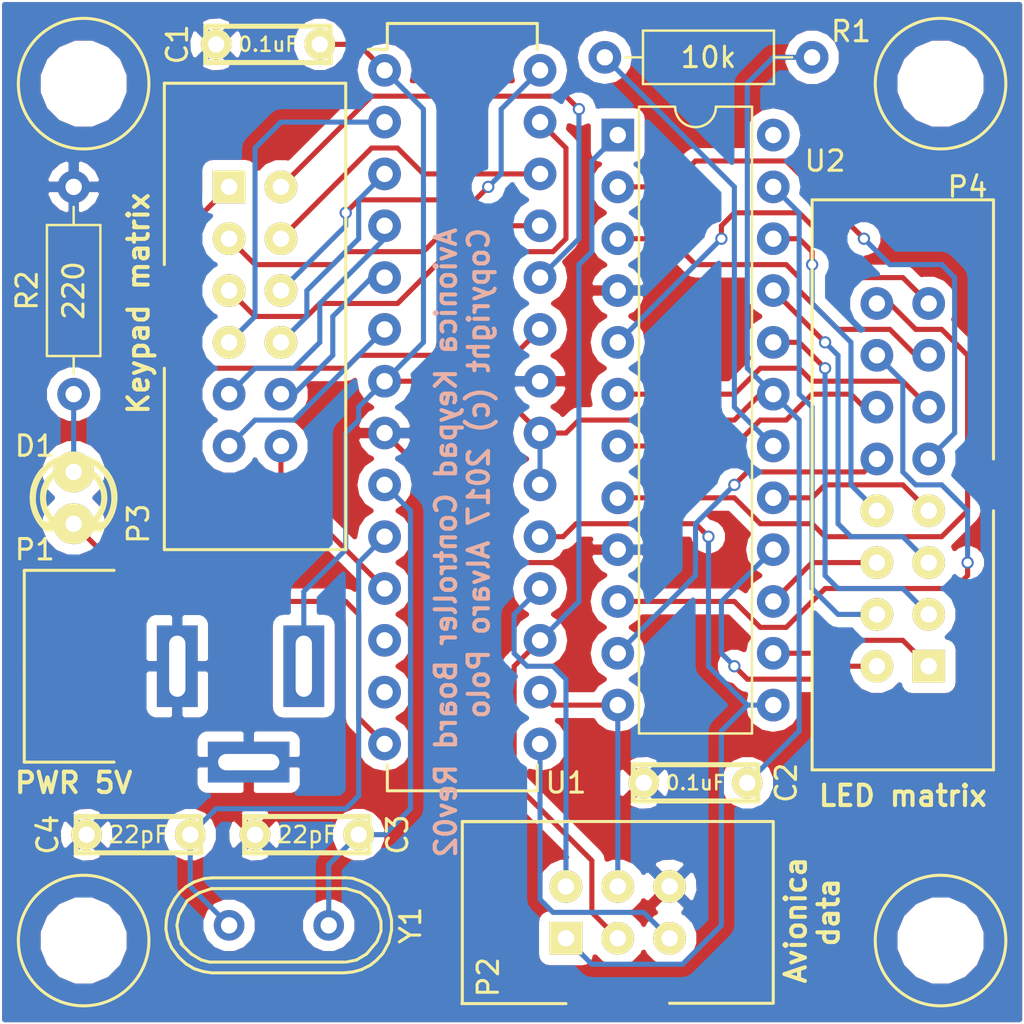
<source format=kicad_pcb>
(kicad_pcb (version 4) (host pcbnew 4.0.7)

  (general
    (links 62)
    (no_connects 0)
    (area 139.899999 89.899999 190.100001 140.100001)
    (thickness 1.6)
    (drawings 9)
    (tracks 292)
    (zones 0)
    (modules 18)
    (nets 41)
  )

  (page A4)
  (layers
    (0 F.Cu signal)
    (31 B.Cu signal)
    (32 B.Adhes user)
    (33 F.Adhes user)
    (34 B.Paste user)
    (35 F.Paste user)
    (36 B.SilkS user)
    (37 F.SilkS user)
    (38 B.Mask user)
    (39 F.Mask user)
    (40 Dwgs.User user)
    (41 Cmts.User user)
    (42 Eco1.User user)
    (43 Eco2.User user)
    (44 Edge.Cuts user)
    (45 Margin user)
    (46 B.CrtYd user)
    (47 F.CrtYd user)
    (48 B.Fab user)
    (49 F.Fab user)
  )

  (setup
    (last_trace_width 0.25)
    (trace_clearance 0.2)
    (zone_clearance 0.508)
    (zone_45_only no)
    (trace_min 0.2)
    (segment_width 0.2)
    (edge_width 0.15)
    (via_size 0.6)
    (via_drill 0.4)
    (via_min_size 0.4)
    (via_min_drill 0.3)
    (uvia_size 0.3)
    (uvia_drill 0.1)
    (uvias_allowed no)
    (uvia_min_size 0.2)
    (uvia_min_drill 0.1)
    (pcb_text_width 0.3)
    (pcb_text_size 1.5 1.5)
    (mod_edge_width 0.15)
    (mod_text_size 1 1)
    (mod_text_width 0.15)
    (pad_size 1.6 1.6)
    (pad_drill 0.8)
    (pad_to_mask_clearance 0.2)
    (aux_axis_origin 140 90)
    (visible_elements FFFFFF7F)
    (pcbplotparams
      (layerselection 0x020f0_80000001)
      (usegerberextensions false)
      (excludeedgelayer true)
      (linewidth 0.100000)
      (plotframeref false)
      (viasonmask false)
      (mode 1)
      (useauxorigin true)
      (hpglpennumber 1)
      (hpglpenspeed 20)
      (hpglpendiameter 15)
      (hpglpenoverlay 2)
      (psnegative false)
      (psa4output false)
      (plotreference true)
      (plotvalue true)
      (plotinvisibletext false)
      (padsonsilk false)
      (subtractmaskfromsilk false)
      (outputformat 1)
      (mirror false)
      (drillshape 0)
      (scaleselection 1)
      (outputdirectory gerber))
  )

  (net 0 "")
  (net 1 VCC)
  (net 2 GND)
  (net 3 "Net-(C3-Pad1)")
  (net 4 "Net-(P2-Pad1)")
  (net 5 "Net-(P2-Pad2)")
  (net 6 "Net-(P2-Pad3)")
  (net 7 "Net-(P2-Pad4)")
  (net 8 "Net-(P3-Pad1)")
  (net 9 "Net-(P3-Pad2)")
  (net 10 "Net-(P3-Pad3)")
  (net 11 "Net-(P3-Pad4)")
  (net 12 "Net-(P3-Pad5)")
  (net 13 "Net-(P3-Pad6)")
  (net 14 "Net-(R1-Pad2)")
  (net 15 "Net-(C4-Pad1)")
  (net 16 "Net-(P2-Pad5)")
  (net 17 "Net-(P3-Pad7)")
  (net 18 "Net-(P3-Pad8)")
  (net 19 "Net-(P3-Pad9)")
  (net 20 "Net-(P3-Pad10)")
  (net 21 "Net-(P3-Pad11)")
  (net 22 "Net-(P3-Pad12)")
  (net 23 "Net-(P4-Pad1)")
  (net 24 "Net-(P4-Pad2)")
  (net 25 "Net-(P4-Pad3)")
  (net 26 "Net-(P4-Pad4)")
  (net 27 "Net-(P4-Pad5)")
  (net 28 "Net-(P4-Pad6)")
  (net 29 "Net-(P4-Pad7)")
  (net 30 "Net-(P4-Pad8)")
  (net 31 "Net-(P4-Pad9)")
  (net 32 "Net-(P4-Pad10)")
  (net 33 "Net-(P4-Pad11)")
  (net 34 "Net-(P4-Pad12)")
  (net 35 "Net-(P4-Pad13)")
  (net 36 "Net-(P4-Pad14)")
  (net 37 "Net-(P4-Pad15)")
  (net 38 "Net-(P4-Pad16)")
  (net 39 "Net-(D1-Pad1)")
  (net 40 "Net-(D1-Pad2)")

  (net_class Default "Esta es la clase de red por defecto."
    (clearance 0.2)
    (trace_width 0.25)
    (via_dia 0.6)
    (via_drill 0.4)
    (uvia_dia 0.3)
    (uvia_drill 0.1)
    (add_net GND)
    (add_net "Net-(C3-Pad1)")
    (add_net "Net-(C4-Pad1)")
    (add_net "Net-(D1-Pad1)")
    (add_net "Net-(D1-Pad2)")
    (add_net "Net-(P2-Pad1)")
    (add_net "Net-(P2-Pad2)")
    (add_net "Net-(P2-Pad3)")
    (add_net "Net-(P2-Pad4)")
    (add_net "Net-(P2-Pad5)")
    (add_net "Net-(P3-Pad1)")
    (add_net "Net-(P3-Pad10)")
    (add_net "Net-(P3-Pad11)")
    (add_net "Net-(P3-Pad12)")
    (add_net "Net-(P3-Pad2)")
    (add_net "Net-(P3-Pad3)")
    (add_net "Net-(P3-Pad4)")
    (add_net "Net-(P3-Pad5)")
    (add_net "Net-(P3-Pad6)")
    (add_net "Net-(P3-Pad7)")
    (add_net "Net-(P3-Pad8)")
    (add_net "Net-(P3-Pad9)")
    (add_net "Net-(P4-Pad1)")
    (add_net "Net-(P4-Pad10)")
    (add_net "Net-(P4-Pad11)")
    (add_net "Net-(P4-Pad12)")
    (add_net "Net-(P4-Pad13)")
    (add_net "Net-(P4-Pad14)")
    (add_net "Net-(P4-Pad15)")
    (add_net "Net-(P4-Pad16)")
    (add_net "Net-(P4-Pad2)")
    (add_net "Net-(P4-Pad3)")
    (add_net "Net-(P4-Pad4)")
    (add_net "Net-(P4-Pad5)")
    (add_net "Net-(P4-Pad6)")
    (add_net "Net-(P4-Pad7)")
    (add_net "Net-(P4-Pad8)")
    (add_net "Net-(P4-Pad9)")
    (add_net "Net-(R1-Pad2)")
    (add_net VCC)
  )

  (module avionica:DIP-24 (layer F.Cu) (tedit 59F09400) (tstamp 59F09245)
    (at 170.18 96.52)
    (descr "24-lead dip package, row spacing 7.62 mm (300 mils)")
    (tags "DIL DIP PDIP 2.54mm 7.62mm 300mil")
    (path /59F0919B)
    (fp_text reference U2 (at 10.16 1.27) (layer F.SilkS)
      (effects (font (size 1 1) (thickness 0.15)))
    )
    (fp_text value MAX7219 (at 3.81 15.24 90) (layer F.Fab)
      (effects (font (size 1 1) (thickness 0.15)))
    )
    (fp_text user %R (at 3.81 13.97) (layer F.Fab) hide
      (effects (font (size 1 1) (thickness 0.15)))
    )
    (fp_line (start 1.635 -1.27) (end 6.985 -1.27) (layer F.Fab) (width 0.1))
    (fp_line (start 6.985 -1.27) (end 6.985 29.21) (layer F.Fab) (width 0.1))
    (fp_line (start 6.985 29.21) (end 0.635 29.21) (layer F.Fab) (width 0.1))
    (fp_line (start 0.635 29.21) (end 0.635 -0.27) (layer F.Fab) (width 0.1))
    (fp_line (start 0.635 -0.27) (end 1.635 -1.27) (layer F.Fab) (width 0.1))
    (fp_line (start 2.81 -1.39) (end 1.04 -1.39) (layer F.SilkS) (width 0.12))
    (fp_line (start 1.04 -1.39) (end 1.04 29.33) (layer F.SilkS) (width 0.12))
    (fp_line (start 1.04 29.33) (end 6.58 29.33) (layer F.SilkS) (width 0.12))
    (fp_line (start 6.58 29.33) (end 6.58 -1.39) (layer F.SilkS) (width 0.12))
    (fp_line (start 6.58 -1.39) (end 4.81 -1.39) (layer F.SilkS) (width 0.12))
    (fp_line (start -1.1 -1.6) (end -1.1 29.5) (layer F.CrtYd) (width 0.05))
    (fp_line (start -1.1 29.5) (end 8.7 29.5) (layer F.CrtYd) (width 0.05))
    (fp_line (start 8.7 29.5) (end 8.7 -1.6) (layer F.CrtYd) (width 0.05))
    (fp_line (start 8.7 -1.6) (end -1.1 -1.6) (layer F.CrtYd) (width 0.05))
    (fp_arc (start 3.81 -1.39) (end 2.81 -1.39) (angle -180) (layer F.SilkS) (width 0.12))
    (pad 1 thru_hole rect (at 0 0) (size 1.6 1.6) (drill 0.8) (layers *.Cu *.Mask)
      (net 6 "Net-(P2-Pad3)"))
    (pad 13 thru_hole oval (at 7.62 27.94) (size 1.6 1.6) (drill 0.8) (layers *.Cu *.Mask)
      (net 4 "Net-(P2-Pad1)"))
    (pad 2 thru_hole oval (at 0 2.54) (size 1.6 1.6) (drill 0.8) (layers *.Cu *.Mask)
      (net 31 "Net-(P4-Pad9)"))
    (pad 14 thru_hole oval (at 7.62 25.4) (size 1.6 1.6) (drill 0.8) (layers *.Cu *.Mask)
      (net 23 "Net-(P4-Pad1)"))
    (pad 3 thru_hole oval (at 0 5.08) (size 1.6 1.6) (drill 0.8) (layers *.Cu *.Mask)
      (net 35 "Net-(P4-Pad13)"))
    (pad 15 thru_hole oval (at 7.62 22.86) (size 1.6 1.6) (drill 0.8) (layers *.Cu *.Mask)
      (net 28 "Net-(P4-Pad6)"))
    (pad 4 thru_hole oval (at 0 7.62) (size 1.6 1.6) (drill 0.8) (layers *.Cu *.Mask)
      (net 2 GND))
    (pad 16 thru_hole oval (at 7.62 20.32) (size 1.6 1.6) (drill 0.8) (layers *.Cu *.Mask)
      (net 24 "Net-(P4-Pad2)"))
    (pad 5 thru_hole oval (at 0 10.16) (size 1.6 1.6) (drill 0.8) (layers *.Cu *.Mask)
      (net 37 "Net-(P4-Pad15)"))
    (pad 17 thru_hole oval (at 7.62 17.78) (size 1.6 1.6) (drill 0.8) (layers *.Cu *.Mask)
      (net 29 "Net-(P4-Pad7)"))
    (pad 6 thru_hole oval (at 0 12.7) (size 1.6 1.6) (drill 0.8) (layers *.Cu *.Mask)
      (net 33 "Net-(P4-Pad11)"))
    (pad 18 thru_hole oval (at 7.62 15.24) (size 1.6 1.6) (drill 0.8) (layers *.Cu *.Mask)
      (net 14 "Net-(R1-Pad2)"))
    (pad 7 thru_hole oval (at 0 15.24) (size 1.6 1.6) (drill 0.8) (layers *.Cu *.Mask)
      (net 34 "Net-(P4-Pad12)"))
    (pad 19 thru_hole oval (at 7.62 12.7) (size 1.6 1.6) (drill 0.8) (layers *.Cu *.Mask)
      (net 1 VCC))
    (pad 8 thru_hole oval (at 0 17.78) (size 1.6 1.6) (drill 0.8) (layers *.Cu *.Mask)
      (net 38 "Net-(P4-Pad16)"))
    (pad 20 thru_hole oval (at 7.62 10.16) (size 1.6 1.6) (drill 0.8) (layers *.Cu *.Mask)
      (net 25 "Net-(P4-Pad3)"))
    (pad 9 thru_hole oval (at 0 20.32) (size 1.6 1.6) (drill 0.8) (layers *.Cu *.Mask)
      (net 2 GND))
    (pad 21 thru_hole oval (at 7.62 7.62) (size 1.6 1.6) (drill 0.8) (layers *.Cu *.Mask)
      (net 27 "Net-(P4-Pad5)"))
    (pad 10 thru_hole oval (at 0 22.86) (size 1.6 1.6) (drill 0.8) (layers *.Cu *.Mask)
      (net 36 "Net-(P4-Pad14)"))
    (pad 22 thru_hole oval (at 7.62 5.08) (size 1.6 1.6) (drill 0.8) (layers *.Cu *.Mask)
      (net 30 "Net-(P4-Pad8)"))
    (pad 11 thru_hole oval (at 0 25.4) (size 1.6 1.6) (drill 0.8) (layers *.Cu *.Mask)
      (net 32 "Net-(P4-Pad10)"))
    (pad 23 thru_hole oval (at 7.62 2.54) (size 1.6 1.6) (drill 0.8) (layers *.Cu *.Mask)
      (net 26 "Net-(P4-Pad4)"))
    (pad 12 thru_hole oval (at 0 27.94) (size 1.6 1.6) (drill 0.8) (layers *.Cu *.Mask)
      (net 7 "Net-(P2-Pad4)"))
    (pad 24 thru_hole oval (at 7.62 0) (size 1.6 1.6) (drill 0.8) (layers *.Cu *.Mask))
    (model ${KISYS3DMOD}/Housings_DIP.3dshapes/DIP-24_W7.62mm.wrl
      (at (xyz 0 0 0))
      (scale (xyz 1 1 1))
      (rotate (xyz 0 0 0))
    )
  )

  (module avionica:DIP-28 (layer F.Cu) (tedit 59F09B4C) (tstamp 59F088D9)
    (at 158.75 93.345)
    (descr "28-lead dip package, row spacing 7.62 mm (300 mils)")
    (tags "dil dip 2.54 300")
    (path /59F0705D)
    (fp_text reference U1 (at 8.89 34.925) (layer F.SilkS)
      (effects (font (size 1 1) (thickness 0.15)))
    )
    (fp_text value atmega328 (at 3.81 16.51 90) (layer F.Fab)
      (effects (font (size 1 1) (thickness 0.15)))
    )
    (fp_line (start -1.05 -2.45) (end -1.05 35.5) (layer F.CrtYd) (width 0.05))
    (fp_line (start 8.65 -2.45) (end 8.65 35.5) (layer F.CrtYd) (width 0.05))
    (fp_line (start -1.05 -2.45) (end 8.65 -2.45) (layer F.CrtYd) (width 0.05))
    (fp_line (start -1.05 35.5) (end 8.65 35.5) (layer F.CrtYd) (width 0.05))
    (fp_line (start 0.135 -2.295) (end 0.135 -1.025) (layer F.SilkS) (width 0.15))
    (fp_line (start 7.485 -2.295) (end 7.485 -1.025) (layer F.SilkS) (width 0.15))
    (fp_line (start 7.485 35.315) (end 7.485 34.045) (layer F.SilkS) (width 0.15))
    (fp_line (start 0.135 35.315) (end 0.135 34.045) (layer F.SilkS) (width 0.15))
    (fp_line (start 0.135 -2.295) (end 7.485 -2.295) (layer F.SilkS) (width 0.15))
    (fp_line (start 0.135 35.315) (end 7.485 35.315) (layer F.SilkS) (width 0.15))
    (fp_line (start 0.135 -1.025) (end -0.8 -1.025) (layer F.SilkS) (width 0.15))
    (pad 1 thru_hole oval (at 0 0) (size 1.6 1.6) (drill 0.8) (layers *.Cu *.Mask)
      (net 1 VCC))
    (pad 2 thru_hole oval (at 0 2.54) (size 1.6 1.6) (drill 0.8) (layers *.Cu *.Mask)
      (net 17 "Net-(P3-Pad7)"))
    (pad 3 thru_hole oval (at 0 5.08) (size 1.6 1.6) (drill 0.8) (layers *.Cu *.Mask)
      (net 18 "Net-(P3-Pad8)"))
    (pad 4 thru_hole oval (at 0 7.62) (size 1.6 1.6) (drill 0.8) (layers *.Cu *.Mask)
      (net 19 "Net-(P3-Pad9)"))
    (pad 5 thru_hole oval (at 0 10.16) (size 1.6 1.6) (drill 0.8) (layers *.Cu *.Mask)
      (net 20 "Net-(P3-Pad10)"))
    (pad 6 thru_hole oval (at 0 12.7) (size 1.6 1.6) (drill 0.8) (layers *.Cu *.Mask)
      (net 21 "Net-(P3-Pad11)"))
    (pad 7 thru_hole oval (at 0 15.24) (size 1.6 1.6) (drill 0.8) (layers *.Cu *.Mask)
      (net 1 VCC))
    (pad 8 thru_hole oval (at 0 17.78) (size 1.6 1.6) (drill 0.8) (layers *.Cu *.Mask)
      (net 2 GND))
    (pad 9 thru_hole oval (at 0 20.32) (size 1.6 1.6) (drill 0.8) (layers *.Cu *.Mask)
      (net 3 "Net-(C3-Pad1)"))
    (pad 10 thru_hole oval (at 0 22.86) (size 1.6 1.6) (drill 0.8) (layers *.Cu *.Mask)
      (net 15 "Net-(C4-Pad1)"))
    (pad 11 thru_hole oval (at 0 25.4) (size 1.6 1.6) (drill 0.8) (layers *.Cu *.Mask)
      (net 22 "Net-(P3-Pad12)"))
    (pad 12 thru_hole oval (at 0 27.94) (size 1.6 1.6) (drill 0.8) (layers *.Cu *.Mask))
    (pad 13 thru_hole oval (at 0 30.48) (size 1.6 1.6) (drill 0.8) (layers *.Cu *.Mask))
    (pad 14 thru_hole oval (at 0 33.02) (size 1.6 1.6) (drill 0.8) (layers *.Cu *.Mask)
      (net 40 "Net-(D1-Pad2)"))
    (pad 15 thru_hole oval (at 7.62 33.02) (size 1.6 1.6) (drill 0.8) (layers *.Cu *.Mask)
      (net 16 "Net-(P2-Pad5)"))
    (pad 16 thru_hole oval (at 7.62 30.48) (size 1.6 1.6) (drill 0.8) (layers *.Cu *.Mask)
      (net 7 "Net-(P2-Pad4)"))
    (pad 17 thru_hole oval (at 7.62 27.94) (size 1.6 1.6) (drill 0.8) (layers *.Cu *.Mask)
      (net 6 "Net-(P2-Pad3)"))
    (pad 18 thru_hole oval (at 7.62 25.4) (size 1.6 1.6) (drill 0.8) (layers *.Cu *.Mask)
      (net 5 "Net-(P2-Pad2)"))
    (pad 19 thru_hole oval (at 7.62 22.86) (size 1.6 1.6) (drill 0.8) (layers *.Cu *.Mask)
      (net 4 "Net-(P2-Pad1)"))
    (pad 20 thru_hole oval (at 7.62 20.32) (size 1.6 1.6) (drill 0.8) (layers *.Cu *.Mask)
      (net 1 VCC))
    (pad 21 thru_hole oval (at 7.62 17.78) (size 1.6 1.6) (drill 0.8) (layers *.Cu *.Mask)
      (net 1 VCC))
    (pad 22 thru_hole oval (at 7.62 15.24) (size 1.6 1.6) (drill 0.8) (layers *.Cu *.Mask)
      (net 2 GND))
    (pad 23 thru_hole oval (at 7.62 12.7) (size 1.6 1.6) (drill 0.8) (layers *.Cu *.Mask)
      (net 8 "Net-(P3-Pad1)"))
    (pad 24 thru_hole oval (at 7.62 10.16) (size 1.6 1.6) (drill 0.8) (layers *.Cu *.Mask)
      (net 9 "Net-(P3-Pad2)"))
    (pad 25 thru_hole oval (at 7.62 7.62) (size 1.6 1.6) (drill 0.8) (layers *.Cu *.Mask)
      (net 10 "Net-(P3-Pad3)"))
    (pad 26 thru_hole oval (at 7.62 5.08) (size 1.6 1.6) (drill 0.8) (layers *.Cu *.Mask)
      (net 11 "Net-(P3-Pad4)"))
    (pad 27 thru_hole oval (at 7.62 2.54) (size 1.6 1.6) (drill 0.8) (layers *.Cu *.Mask)
      (net 12 "Net-(P3-Pad5)"))
    (pad 28 thru_hole oval (at 7.62 0) (size 1.6 1.6) (drill 0.8) (layers *.Cu *.Mask)
      (net 13 "Net-(P3-Pad6)"))
    (model Housings_DIP.3dshapes/DIP-28_W7.62mm.wrl
      (at (xyz 0 0 0))
      (scale (xyz 1 1 1))
      (rotate (xyz 0 0 0))
    )
  )

  (module avionica:Jack_55_21 (layer F.Cu) (tedit 59DE58A3) (tstamp 59F0889B)
    (at 152.09 127.255)
    (path /59F087A5)
    (fp_text reference P1 (at -10.485 -10.415) (layer F.SilkS)
      (effects (font (size 1 1) (thickness 0.15)))
    )
    (fp_text value CONN03 (at 0 -3.81) (layer F.Fab) hide
      (effects (font (size 1 1) (thickness 0.15)))
    )
    (fp_line (start -11 -4.7) (end -11 -9.4) (layer F.SilkS) (width 0.15))
    (fp_line (start -11 -9.4) (end -6.6 -9.4) (layer F.SilkS) (width 0.15))
    (fp_line (start -11 0) (end -11 -4.7) (layer F.SilkS) (width 0.15))
    (fp_line (start -11 0) (end -6.6 0) (layer F.SilkS) (width 0.15))
    (pad 3 thru_hole rect (at -3.5 -4.7) (size 2 4) (drill oval 0.8 3) (layers *.Cu *.Mask)
      (net 2 GND))
    (pad 1 thru_hole rect (at 2.7 -4.7) (size 2 4) (drill oval 0.8 3) (layers *.Cu *.Mask)
      (net 1 VCC))
    (pad 2 thru_hole rect (at 0 0) (size 4 2) (drill oval 3 0.8) (layers *.Cu *.Mask)
      (net 2 GND))
    (model ${KIPRJMOD}/../modules/packages3d/avionica.3dshapes/jack_55_21.wrl
      (at (xyz -0.14 0.19 0))
      (scale (xyz 1 1 1))
      (rotate (xyz 0 0 90))
    )
  )

  (module avionica:Crystal (layer F.Cu) (tedit 59F084CE) (tstamp 59F088DF)
    (at 153.57094 135.255 180)
    (path /59F07316)
    (fp_text reference Y1 (at -6.44906 0 270) (layer F.SilkS)
      (effects (font (size 1 1) (thickness 0.15)))
    )
    (fp_text value Crystal (at 0 0 180) (layer F.Fab) hide
      (effects (font (size 1 1) (thickness 0.15)))
    )
    (fp_line (start 4.699 -1.00076) (end 4.89966 -0.59944) (layer F.SilkS) (width 0.15))
    (fp_line (start 4.89966 -0.59944) (end 5.00126 0) (layer F.SilkS) (width 0.15))
    (fp_line (start 5.00126 0) (end 4.89966 0.50038) (layer F.SilkS) (width 0.15))
    (fp_line (start 4.89966 0.50038) (end 4.50088 1.19888) (layer F.SilkS) (width 0.15))
    (fp_line (start 4.50088 1.19888) (end 3.8989 1.6002) (layer F.SilkS) (width 0.15))
    (fp_line (start 3.8989 1.6002) (end 3.29946 1.80086) (layer F.SilkS) (width 0.15))
    (fp_line (start 3.29946 1.80086) (end -3.29946 1.80086) (layer F.SilkS) (width 0.15))
    (fp_line (start -3.29946 1.80086) (end -4.0005 1.6002) (layer F.SilkS) (width 0.15))
    (fp_line (start -4.0005 1.6002) (end -4.39928 1.30048) (layer F.SilkS) (width 0.15))
    (fp_line (start -4.39928 1.30048) (end -4.8006 0.8001) (layer F.SilkS) (width 0.15))
    (fp_line (start -4.8006 0.8001) (end -5.00126 0.20066) (layer F.SilkS) (width 0.15))
    (fp_line (start -5.00126 0.20066) (end -5.00126 -0.29972) (layer F.SilkS) (width 0.15))
    (fp_line (start -5.00126 -0.29972) (end -4.8006 -0.8001) (layer F.SilkS) (width 0.15))
    (fp_line (start -4.8006 -0.8001) (end -4.30022 -1.39954) (layer F.SilkS) (width 0.15))
    (fp_line (start -4.30022 -1.39954) (end -3.79984 -1.69926) (layer F.SilkS) (width 0.15))
    (fp_line (start -3.79984 -1.69926) (end -3.29946 -1.80086) (layer F.SilkS) (width 0.15))
    (fp_line (start -3.2004 -1.80086) (end 3.40106 -1.80086) (layer F.SilkS) (width 0.15))
    (fp_line (start 3.40106 -1.80086) (end 3.79984 -1.69926) (layer F.SilkS) (width 0.15))
    (fp_line (start 3.79984 -1.69926) (end 4.30022 -1.39954) (layer F.SilkS) (width 0.15))
    (fp_line (start 4.30022 -1.39954) (end 4.8006 -0.89916) (layer F.SilkS) (width 0.15))
    (fp_line (start -3.19024 -2.32918) (end -3.64998 -2.28092) (layer F.SilkS) (width 0.15))
    (fp_line (start -3.64998 -2.28092) (end -4.04876 -2.16916) (layer F.SilkS) (width 0.15))
    (fp_line (start -4.04876 -2.16916) (end -4.48056 -1.95072) (layer F.SilkS) (width 0.15))
    (fp_line (start -4.48056 -1.95072) (end -4.77012 -1.71958) (layer F.SilkS) (width 0.15))
    (fp_line (start -4.77012 -1.71958) (end -5.10032 -1.36906) (layer F.SilkS) (width 0.15))
    (fp_line (start -5.10032 -1.36906) (end -5.38988 -0.83058) (layer F.SilkS) (width 0.15))
    (fp_line (start -5.38988 -0.83058) (end -5.51942 -0.23114) (layer F.SilkS) (width 0.15))
    (fp_line (start -5.51942 -0.23114) (end -5.51942 0.2794) (layer F.SilkS) (width 0.15))
    (fp_line (start -5.51942 0.2794) (end -5.34924 0.98044) (layer F.SilkS) (width 0.15))
    (fp_line (start -5.34924 0.98044) (end -4.95046 1.56972) (layer F.SilkS) (width 0.15))
    (fp_line (start -4.95046 1.56972) (end -4.49072 1.94056) (layer F.SilkS) (width 0.15))
    (fp_line (start -4.49072 1.94056) (end -4.06908 2.14884) (layer F.SilkS) (width 0.15))
    (fp_line (start -4.06908 2.14884) (end -3.6195 2.30886) (layer F.SilkS) (width 0.15))
    (fp_line (start -3.6195 2.30886) (end -3.18008 2.33934) (layer F.SilkS) (width 0.15))
    (fp_line (start 4.16052 2.1209) (end 4.53898 1.89992) (layer F.SilkS) (width 0.15))
    (fp_line (start 4.53898 1.89992) (end 4.85902 1.62052) (layer F.SilkS) (width 0.15))
    (fp_line (start 4.85902 1.62052) (end 5.11048 1.29032) (layer F.SilkS) (width 0.15))
    (fp_line (start 5.11048 1.29032) (end 5.4102 0.73914) (layer F.SilkS) (width 0.15))
    (fp_line (start 5.4102 0.73914) (end 5.51942 0.26924) (layer F.SilkS) (width 0.15))
    (fp_line (start 5.51942 0.26924) (end 5.53974 -0.1905) (layer F.SilkS) (width 0.15))
    (fp_line (start 5.53974 -0.1905) (end 5.45084 -0.65024) (layer F.SilkS) (width 0.15))
    (fp_line (start 5.45084 -0.65024) (end 5.26034 -1.09982) (layer F.SilkS) (width 0.15))
    (fp_line (start 5.26034 -1.09982) (end 4.89966 -1.56972) (layer F.SilkS) (width 0.15))
    (fp_line (start 4.89966 -1.56972) (end 4.54914 -1.88976) (layer F.SilkS) (width 0.15))
    (fp_line (start 4.54914 -1.88976) (end 4.16052 -2.1209) (layer F.SilkS) (width 0.15))
    (fp_line (start 4.16052 -2.1209) (end 3.73126 -2.2606) (layer F.SilkS) (width 0.15))
    (fp_line (start 3.73126 -2.2606) (end 3.2893 -2.32918) (layer F.SilkS) (width 0.15))
    (fp_line (start -3.2004 2.32918) (end 3.2512 2.32918) (layer F.SilkS) (width 0.15))
    (fp_line (start 3.2512 2.32918) (end 3.6703 2.29108) (layer F.SilkS) (width 0.15))
    (fp_line (start 3.6703 2.29108) (end 4.16052 2.1209) (layer F.SilkS) (width 0.15))
    (fp_line (start -3.2004 -2.32918) (end 3.2512 -2.32918) (layer F.SilkS) (width 0.15))
    (pad 1 thru_hole circle (at -2.44094 0 180) (size 1.50114 1.50114) (drill 0.8001) (layers *.Cu *.Mask)
      (net 3 "Net-(C3-Pad1)"))
    (pad 2 thru_hole circle (at 2.44094 0 180) (size 1.50114 1.50114) (drill 0.8001) (layers *.Cu *.Mask)
      (net 15 "Net-(C4-Pad1)"))
  )

  (module avionica:LED-th (layer F.Cu) (tedit 59FA162B) (tstamp 59FA1AE0)
    (at 143.51 114.3)
    (descr "3mm green led")
    (tags led)
    (path /59FA2079)
    (fp_text reference D1 (at -1.905 -2.54) (layer F.SilkS)
      (effects (font (size 1 1) (thickness 0.15)))
    )
    (fp_text value LED (at 0 0) (layer F.SilkS) hide
      (effects (font (size 1 1) (thickness 0.2)))
    )
    (fp_arc (start 0 0) (end 1.50876 -1.31064) (angle 90) (layer F.SilkS) (width 0.29972))
    (fp_arc (start 0 0) (end -1.33096 1.50114) (angle 90) (layer F.SilkS) (width 0.29972))
    (fp_arc (start 0 0) (end 0 -1.99898) (angle 90) (layer F.SilkS) (width 0.29972))
    (fp_arc (start 0 0) (end -1.99898 0) (angle 90) (layer F.SilkS) (width 0.29972))
    (fp_line (start -1.50114 1.30048) (end 1.50114 1.30048) (layer F.SilkS) (width 0.29972))
    (fp_line (start -1.30048 1.50114) (end 1.30048 1.50114) (layer F.SilkS) (width 0.29972))
    (fp_circle (center 0 0) (end -1.50114 0) (layer F.SilkS) (width 0.29972))
    (pad 1 thru_hole circle (at 0 -1.27) (size 1.99898 1.99898) (drill 0.8001) (layers *.Cu *.Mask F.SilkS)
      (net 39 "Net-(D1-Pad1)"))
    (pad 2 thru_hole circle (at 0 1.27) (size 1.99898 1.99898) (drill 0.8001) (layers *.Cu *.Mask F.SilkS)
      (net 40 "Net-(D1-Pad2)"))
    (model ${KIPRJMOD}/../modules/packages3d/avionica.3dshapes/LED-th.wrl
      (at (xyz 0 0 0))
      (scale (xyz 1 1 1))
      (rotate (xyz 0 0 0))
    )
  )

  (module avionica:Axial_resistor (layer F.Cu) (tedit 59FA1663) (tstamp 59FA1AF6)
    (at 143.51 109.22 90)
    (descr "Resistor, Axial_DIN0207 series, Axial, Horizontal, pin pitch=10.16mm, 0.25W = 1/4W, length*diameter=6.3*2.5mm^2, http://cdn-reichelt.de/documents/datenblatt/B400/1_4W%23YAG.pdf")
    (tags "Resistor Axial_DIN0207 series Axial Horizontal pin pitch 10.16mm 0.25W = 1/4W length 6.3mm diameter 2.5mm")
    (path /59FA20EB)
    (fp_text reference R2 (at 5.08 -2.286 90) (layer F.SilkS)
      (effects (font (size 1 1) (thickness 0.15)))
    )
    (fp_text value 220 (at 5.08 0 90) (layer F.SilkS)
      (effects (font (size 1 1) (thickness 0.15)))
    )
    (fp_line (start 1.93 -1.25) (end 1.93 1.25) (layer F.Fab) (width 0.1))
    (fp_line (start 1.93 1.25) (end 8.23 1.25) (layer F.Fab) (width 0.1))
    (fp_line (start 8.23 1.25) (end 8.23 -1.25) (layer F.Fab) (width 0.1))
    (fp_line (start 8.23 -1.25) (end 1.93 -1.25) (layer F.Fab) (width 0.1))
    (fp_line (start 0 0) (end 1.93 0) (layer F.Fab) (width 0.1))
    (fp_line (start 10.16 0) (end 8.23 0) (layer F.Fab) (width 0.1))
    (fp_line (start 1.87 -1.31) (end 1.87 1.31) (layer F.SilkS) (width 0.12))
    (fp_line (start 1.87 1.31) (end 8.29 1.31) (layer F.SilkS) (width 0.12))
    (fp_line (start 8.29 1.31) (end 8.29 -1.31) (layer F.SilkS) (width 0.12))
    (fp_line (start 8.29 -1.31) (end 1.87 -1.31) (layer F.SilkS) (width 0.12))
    (fp_line (start 0.98 0) (end 1.87 0) (layer F.SilkS) (width 0.12))
    (fp_line (start 9.18 0) (end 8.29 0) (layer F.SilkS) (width 0.12))
    (fp_line (start -1.05 -1.6) (end -1.05 1.6) (layer F.CrtYd) (width 0.05))
    (fp_line (start -1.05 1.6) (end 11.25 1.6) (layer F.CrtYd) (width 0.05))
    (fp_line (start 11.25 1.6) (end 11.25 -1.6) (layer F.CrtYd) (width 0.05))
    (fp_line (start 11.25 -1.6) (end -1.05 -1.6) (layer F.CrtYd) (width 0.05))
    (pad 1 thru_hole circle (at 0 0 90) (size 1.6 1.6) (drill 0.8) (layers *.Cu *.Mask)
      (net 39 "Net-(D1-Pad1)"))
    (pad 2 thru_hole oval (at 10.16 0 90) (size 1.6 1.6) (drill 0.8) (layers *.Cu *.Mask)
      (net 2 GND))
    (model ${KIPRJMOD}/../modules/packages3d/avionica.3dshapes/Axial_resistor.wrl
      (at (xyz 0.2 0 0))
      (scale (xyz 0.393701 0.393701 0.393701))
      (rotate (xyz 0 0 0))
    )
  )

  (module avionica:Axial_resistor (layer F.Cu) (tedit 59FA1663) (tstamp 59F09229)
    (at 179.705 92.71 180)
    (descr "Resistor, Axial_DIN0207 series, Axial, Horizontal, pin pitch=10.16mm, 0.25W = 1/4W, length*diameter=6.3*2.5mm^2, http://cdn-reichelt.de/documents/datenblatt/B400/1_4W%23YAG.pdf")
    (tags "Resistor Axial_DIN0207 series Axial Horizontal pin pitch 10.16mm 0.25W = 1/4W length 6.3mm diameter 2.5mm")
    (path /59F097DD)
    (fp_text reference R1 (at -1.905 1.27 180) (layer F.SilkS)
      (effects (font (size 1 1) (thickness 0.15)))
    )
    (fp_text value 10k (at 5.08 0 180) (layer F.SilkS)
      (effects (font (size 1 1) (thickness 0.15)))
    )
    (fp_line (start 1.93 -1.25) (end 1.93 1.25) (layer F.Fab) (width 0.1))
    (fp_line (start 1.93 1.25) (end 8.23 1.25) (layer F.Fab) (width 0.1))
    (fp_line (start 8.23 1.25) (end 8.23 -1.25) (layer F.Fab) (width 0.1))
    (fp_line (start 8.23 -1.25) (end 1.93 -1.25) (layer F.Fab) (width 0.1))
    (fp_line (start 0 0) (end 1.93 0) (layer F.Fab) (width 0.1))
    (fp_line (start 10.16 0) (end 8.23 0) (layer F.Fab) (width 0.1))
    (fp_line (start 1.87 -1.31) (end 1.87 1.31) (layer F.SilkS) (width 0.12))
    (fp_line (start 1.87 1.31) (end 8.29 1.31) (layer F.SilkS) (width 0.12))
    (fp_line (start 8.29 1.31) (end 8.29 -1.31) (layer F.SilkS) (width 0.12))
    (fp_line (start 8.29 -1.31) (end 1.87 -1.31) (layer F.SilkS) (width 0.12))
    (fp_line (start 0.98 0) (end 1.87 0) (layer F.SilkS) (width 0.12))
    (fp_line (start 9.18 0) (end 8.29 0) (layer F.SilkS) (width 0.12))
    (fp_line (start -1.05 -1.6) (end -1.05 1.6) (layer F.CrtYd) (width 0.05))
    (fp_line (start -1.05 1.6) (end 11.25 1.6) (layer F.CrtYd) (width 0.05))
    (fp_line (start 11.25 1.6) (end 11.25 -1.6) (layer F.CrtYd) (width 0.05))
    (fp_line (start 11.25 -1.6) (end -1.05 -1.6) (layer F.CrtYd) (width 0.05))
    (pad 1 thru_hole circle (at 0 0 180) (size 1.6 1.6) (drill 0.8) (layers *.Cu *.Mask)
      (net 1 VCC))
    (pad 2 thru_hole oval (at 10.16 0 180) (size 1.6 1.6) (drill 0.8) (layers *.Cu *.Mask)
      (net 14 "Net-(R1-Pad2)"))
    (model ${KIPRJMOD}/../modules/packages3d/avionica.3dshapes/Axial_resistor.wrl
      (at (xyz 0.2 0 0))
      (scale (xyz 0.393701 0.393701 0.393701))
      (rotate (xyz 0 0 0))
    )
  )

  (module avionica:Disc_capacitor (layer F.Cu) (tedit 59FA16EE) (tstamp 59F093ED)
    (at 146.685 130.81 180)
    (descr "6mm disc ceramic capacitor")
    (tags C)
    (path /59F074FE)
    (fp_text reference C4 (at 4.445 0 270) (layer F.SilkS)
      (effects (font (size 1 1) (thickness 0.15)))
    )
    (fp_text value 22pF (at 0 0 180) (layer F.SilkS)
      (effects (font (size 0.8 0.8) (thickness 0.12)))
    )
    (fp_line (start -3.048 -0.889) (end -3.048 0.889) (layer F.SilkS) (width 0.24892))
    (fp_line (start -3.048 0.889) (end 3.048 0.889) (layer F.SilkS) (width 0.24892))
    (fp_line (start 3.048 0.889) (end 3.048 -0.889) (layer F.SilkS) (width 0.24892))
    (fp_line (start 3.048 -0.889) (end -3.048 -0.889) (layer F.SilkS) (width 0.24892))
    (pad 1 thru_hole circle (at -2.54 0 180) (size 1.50114 1.50114) (drill 0.8001) (layers *.Cu *.Mask F.SilkS)
      (net 15 "Net-(C4-Pad1)"))
    (pad 2 thru_hole circle (at 2.54 0 180) (size 1.50114 1.50114) (drill 0.8001) (layers *.Cu *.Mask F.SilkS)
      (net 2 GND))
    (model ${KIPRJMOD}/../modules/packages3d/avionica.3dshapes/Disc_capacitor.wrl
      (at (xyz 0 0 0))
      (scale (xyz 1 1 1))
      (rotate (xyz 0 0 0))
    )
  )

  (module avionica:Disc_capacitor (layer F.Cu) (tedit 59FA16EE) (tstamp 59F08894)
    (at 154.94 130.81 180)
    (descr "6mm disc ceramic capacitor")
    (tags C)
    (path /59F07417)
    (fp_text reference C3 (at -4.445 0 270) (layer F.SilkS)
      (effects (font (size 1 1) (thickness 0.15)))
    )
    (fp_text value 22pF (at 0 0 180) (layer F.SilkS)
      (effects (font (size 0.8 0.8) (thickness 0.12)))
    )
    (fp_line (start -3.048 -0.889) (end -3.048 0.889) (layer F.SilkS) (width 0.24892))
    (fp_line (start -3.048 0.889) (end 3.048 0.889) (layer F.SilkS) (width 0.24892))
    (fp_line (start 3.048 0.889) (end 3.048 -0.889) (layer F.SilkS) (width 0.24892))
    (fp_line (start 3.048 -0.889) (end -3.048 -0.889) (layer F.SilkS) (width 0.24892))
    (pad 1 thru_hole circle (at -2.54 0 180) (size 1.50114 1.50114) (drill 0.8001) (layers *.Cu *.Mask F.SilkS)
      (net 3 "Net-(C3-Pad1)"))
    (pad 2 thru_hole circle (at 2.54 0 180) (size 1.50114 1.50114) (drill 0.8001) (layers *.Cu *.Mask F.SilkS)
      (net 2 GND))
    (model ${KIPRJMOD}/../modules/packages3d/avionica.3dshapes/Disc_capacitor.wrl
      (at (xyz 0 0 0))
      (scale (xyz 1 1 1))
      (rotate (xyz 0 0 0))
    )
  )

  (module avionica:Disc_capacitor (layer F.Cu) (tedit 5A463894) (tstamp 59F0888E)
    (at 173.99 128.27 180)
    (descr "6mm disc ceramic capacitor")
    (tags C)
    (path /59F0A630)
    (fp_text reference C2 (at -4.445 0 270) (layer F.SilkS)
      (effects (font (size 1 1) (thickness 0.15)))
    )
    (fp_text value 0.1uF (at 0 0 180) (layer F.SilkS)
      (effects (font (size 0.7 0.7) (thickness 0.12)))
    )
    (fp_line (start -3.048 -0.889) (end -3.048 0.889) (layer F.SilkS) (width 0.24892))
    (fp_line (start -3.048 0.889) (end 3.048 0.889) (layer F.SilkS) (width 0.24892))
    (fp_line (start 3.048 0.889) (end 3.048 -0.889) (layer F.SilkS) (width 0.24892))
    (fp_line (start 3.048 -0.889) (end -3.048 -0.889) (layer F.SilkS) (width 0.24892))
    (pad 1 thru_hole circle (at -2.54 0 180) (size 1.50114 1.50114) (drill 0.8001) (layers *.Cu *.Mask F.SilkS)
      (net 1 VCC))
    (pad 2 thru_hole circle (at 2.54 0 180) (size 1.50114 1.50114) (drill 0.8001) (layers *.Cu *.Mask F.SilkS)
      (net 2 GND))
    (model ${KIPRJMOD}/../modules/packages3d/avionica.3dshapes/Disc_capacitor.wrl
      (at (xyz 0 0 0))
      (scale (xyz 1 1 1))
      (rotate (xyz 0 0 0))
    )
  )

  (module avionica:Disc_capacitor (layer F.Cu) (tedit 5A463886) (tstamp 59F08888)
    (at 153.035 92.075 180)
    (descr "6mm disc ceramic capacitor")
    (tags C)
    (path /59F088B3)
    (fp_text reference C1 (at 4.445 0 270) (layer F.SilkS)
      (effects (font (size 1 1) (thickness 0.15)))
    )
    (fp_text value 0.1uF (at 0 0 180) (layer F.SilkS)
      (effects (font (size 0.7 0.7) (thickness 0.12)))
    )
    (fp_line (start -3.048 -0.889) (end -3.048 0.889) (layer F.SilkS) (width 0.24892))
    (fp_line (start -3.048 0.889) (end 3.048 0.889) (layer F.SilkS) (width 0.24892))
    (fp_line (start 3.048 0.889) (end 3.048 -0.889) (layer F.SilkS) (width 0.24892))
    (fp_line (start 3.048 -0.889) (end -3.048 -0.889) (layer F.SilkS) (width 0.24892))
    (pad 1 thru_hole circle (at -2.54 0 180) (size 1.50114 1.50114) (drill 0.8001) (layers *.Cu *.Mask F.SilkS)
      (net 1 VCC))
    (pad 2 thru_hole circle (at 2.54 0 180) (size 1.50114 1.50114) (drill 0.8001) (layers *.Cu *.Mask F.SilkS)
      (net 2 GND))
    (model ${KIPRJMOD}/../modules/packages3d/avionica.3dshapes/Disc_capacitor.wrl
      (at (xyz 0 0 0))
      (scale (xyz 1 1 1))
      (rotate (xyz 0 0 0))
    )
  )

  (module avionica:MountingHole_M3 (layer F.Cu) (tedit 59FA1785) (tstamp 59F09758)
    (at 144 94)
    (descr "Mounting Hole 3.2mm, no annular, M3")
    (tags "mounting hole 3.2mm no annular m3")
    (fp_text reference REF** (at 0 -1.27) (layer F.SilkS) hide
      (effects (font (size 1 1) (thickness 0.15)))
    )
    (fp_text value Hole (at 0 1.27) (layer F.Fab) hide
      (effects (font (size 1 1) (thickness 0.15)))
    )
    (fp_circle (center 0 0) (end 3.2 0) (layer F.SilkS) (width 0.15))
    (fp_circle (center 0 0) (end 3.45 0) (layer F.CrtYd) (width 0.05))
    (pad 1 np_thru_hole circle (at 0 0) (size 3.2 3.2) (drill 3.2) (layers *.Cu *.Mask))
  )

  (module avionica:MountingHole_M3 (layer F.Cu) (tedit 59FA1785) (tstamp 59F0975B)
    (at 186 94)
    (descr "Mounting Hole 3.2mm, no annular, M3")
    (tags "mounting hole 3.2mm no annular m3")
    (fp_text reference REF** (at 0 -1.27) (layer F.SilkS) hide
      (effects (font (size 1 1) (thickness 0.15)))
    )
    (fp_text value Hole (at 0 1.27) (layer F.Fab) hide
      (effects (font (size 1 1) (thickness 0.15)))
    )
    (fp_circle (center 0 0) (end 3.2 0) (layer F.SilkS) (width 0.15))
    (fp_circle (center 0 0) (end 3.45 0) (layer F.CrtYd) (width 0.05))
    (pad 1 np_thru_hole circle (at 0 0) (size 3.2 3.2) (drill 3.2) (layers *.Cu *.Mask))
  )

  (module avionica:MountingHole_M3 (layer F.Cu) (tedit 59FA1785) (tstamp 59F0975F)
    (at 186 136)
    (descr "Mounting Hole 3.2mm, no annular, M3")
    (tags "mounting hole 3.2mm no annular m3")
    (fp_text reference REF** (at 0 -1.27) (layer F.SilkS) hide
      (effects (font (size 1 1) (thickness 0.15)))
    )
    (fp_text value Hole (at 0 1.27) (layer F.Fab) hide
      (effects (font (size 1 1) (thickness 0.15)))
    )
    (fp_circle (center 0 0) (end 3.2 0) (layer F.SilkS) (width 0.15))
    (fp_circle (center 0 0) (end 3.45 0) (layer F.CrtYd) (width 0.05))
    (pad 1 np_thru_hole circle (at 0 0) (size 3.2 3.2) (drill 3.2) (layers *.Cu *.Mask))
  )

  (module avionica:MountingHole_M3 (layer F.Cu) (tedit 59FA1785) (tstamp 59F09763)
    (at 144 136)
    (descr "Mounting Hole 3.2mm, no annular, M3")
    (tags "mounting hole 3.2mm no annular m3")
    (fp_text reference REF** (at 0 -1.27) (layer F.SilkS) hide
      (effects (font (size 1 1) (thickness 0.15)))
    )
    (fp_text value Hole (at 0 1.27) (layer F.Fab) hide
      (effects (font (size 1 1) (thickness 0.15)))
    )
    (fp_circle (center 0 0) (end 3.2 0) (layer F.SilkS) (width 0.15))
    (fp_circle (center 0 0) (end 3.45 0) (layer F.CrtYd) (width 0.05))
    (pad 1 np_thru_hole circle (at 0 0) (size 3.2 3.2) (drill 3.2) (layers *.Cu *.Mask))
  )

  (module avionica:idc-16p (layer F.Cu) (tedit 58B46523) (tstamp 59FA0BF7)
    (at 185.42 122.555 180)
    (path /59FA0A7A)
    (fp_text reference P4 (at -1.905 23.495 180) (layer F.SilkS)
      (effects (font (size 1 1) (thickness 0.15)))
    )
    (fp_text value CONN16 (at 1.27 -3.81 180) (layer F.Fab)
      (effects (font (size 1 1) (thickness 0.15)))
    )
    (fp_line (start 5.715 22.86) (end 5.715 -5.08) (layer F.SilkS) (width 0.15))
    (fp_line (start -3.175 22.86) (end -3.175 10.16) (layer F.SilkS) (width 0.15))
    (fp_line (start -3.175 -5.08) (end -3.175 7.62) (layer F.SilkS) (width 0.15))
    (fp_line (start 5.715 -5.08) (end -3.175 -5.08) (layer F.SilkS) (width 0.15))
    (fp_line (start -3.175 22.86) (end 5.715 22.86) (layer F.SilkS) (width 0.15))
    (pad 1 thru_hole rect (at 0 0 180) (size 1.6 1.6) (drill 0.8) (layers *.Cu *.Mask F.SilkS)
      (net 23 "Net-(P4-Pad1)"))
    (pad 2 thru_hole circle (at 2.54 0 180) (size 1.6 1.6) (drill 0.8) (layers *.Cu *.Mask F.SilkS)
      (net 24 "Net-(P4-Pad2)"))
    (pad 3 thru_hole circle (at 0 2.54 180) (size 1.6 1.6) (drill 0.8) (layers *.Cu *.Mask F.SilkS)
      (net 25 "Net-(P4-Pad3)"))
    (pad 4 thru_hole circle (at 2.54 2.54 180) (size 1.6 1.6) (drill 0.8) (layers *.Cu *.Mask F.SilkS)
      (net 26 "Net-(P4-Pad4)"))
    (pad 5 thru_hole circle (at 0 5.08 180) (size 1.6 1.6) (drill 0.8) (layers *.Cu *.Mask F.SilkS)
      (net 27 "Net-(P4-Pad5)"))
    (pad 6 thru_hole circle (at 2.54 5.08 180) (size 1.6 1.6) (drill 0.8) (layers *.Cu *.Mask F.SilkS)
      (net 28 "Net-(P4-Pad6)"))
    (pad 7 thru_hole circle (at 0 7.62 180) (size 1.6 1.6) (drill 0.8) (layers *.Cu *.Mask F.SilkS)
      (net 29 "Net-(P4-Pad7)"))
    (pad 8 thru_hole circle (at 2.54 7.62 180) (size 1.6 1.6) (drill 0.8) (layers *.Cu *.Mask F.SilkS)
      (net 30 "Net-(P4-Pad8)"))
    (pad 9 thru_hole circle (at 0 10.16 180) (size 1.6 1.6) (drill 0.8) (layers *.Cu *.Mask)
      (net 31 "Net-(P4-Pad9)"))
    (pad 10 thru_hole circle (at 2.54 10.16 180) (size 1.6 1.6) (drill 0.8) (layers *.Cu *.Mask)
      (net 32 "Net-(P4-Pad10)"))
    (pad 11 thru_hole circle (at 0 12.7 180) (size 1.6 1.6) (drill 0.8) (layers *.Cu *.Mask)
      (net 33 "Net-(P4-Pad11)"))
    (pad 12 thru_hole circle (at 2.54 12.7 180) (size 1.6 1.6) (drill 0.8) (layers *.Cu *.Mask)
      (net 34 "Net-(P4-Pad12)"))
    (pad 13 thru_hole circle (at 0 15.24 180) (size 1.6 1.6) (drill 0.8) (layers *.Cu *.Mask)
      (net 35 "Net-(P4-Pad13)"))
    (pad 14 thru_hole circle (at 2.54 15.24 180) (size 1.6 1.6) (drill 0.8) (layers *.Cu *.Mask)
      (net 36 "Net-(P4-Pad14)"))
    (pad 15 thru_hole circle (at 0 17.78 180) (size 1.6 1.6) (drill 0.8) (layers *.Cu *.Mask)
      (net 37 "Net-(P4-Pad15)"))
    (pad 16 thru_hole circle (at 2.54 17.78 180) (size 1.6 1.6) (drill 0.8) (layers *.Cu *.Mask)
      (net 38 "Net-(P4-Pad16)"))
    (model ${KIPRJMOD}/../modules/packages3d/avionica.3dshapes/idc-16p.wrl
      (at (xyz 0.05 -0.35 0))
      (scale (xyz 1 1 1))
      (rotate (xyz 0 0 90))
    )
  )

  (module avionica:idc-12p (layer F.Cu) (tedit 5A463401) (tstamp 59F9C8B2)
    (at 151.13 99.06)
    (path /59F9C051)
    (fp_text reference P3 (at -4.445 16.51 90) (layer F.SilkS)
      (effects (font (size 1 1) (thickness 0.15)))
    )
    (fp_text value CONN12 (at 1.27 15.875) (layer F.Fab)
      (effects (font (size 1 1) (thickness 0.15)))
    )
    (fp_line (start -3.175 -5.08) (end -3.175 3.81) (layer F.SilkS) (width 0.15))
    (fp_line (start -3.175 17.78) (end -3.175 8.89) (layer F.SilkS) (width 0.15))
    (fp_line (start 5.715 17.78) (end 5.715 -5.08) (layer F.SilkS) (width 0.15))
    (fp_line (start -3.175 17.78) (end 5.715 17.78) (layer F.SilkS) (width 0.15))
    (fp_line (start 5.715 -5.08) (end -3.175 -5.08) (layer F.SilkS) (width 0.15))
    (pad 1 thru_hole rect (at 0 0) (size 1.6 1.6) (drill 0.8) (layers *.Cu *.Mask F.SilkS)
      (net 8 "Net-(P3-Pad1)"))
    (pad 2 thru_hole circle (at 2.54 0) (size 1.6 1.6) (drill 0.8) (layers *.Cu *.Mask F.SilkS)
      (net 9 "Net-(P3-Pad2)"))
    (pad 3 thru_hole circle (at 0 2.54) (size 1.6 1.6) (drill 0.8) (layers *.Cu *.Mask F.SilkS)
      (net 10 "Net-(P3-Pad3)"))
    (pad 4 thru_hole circle (at 2.54 2.54) (size 1.6 1.6) (drill 0.8) (layers *.Cu *.Mask F.SilkS)
      (net 11 "Net-(P3-Pad4)"))
    (pad 5 thru_hole circle (at 0 5.08) (size 1.6 1.6) (drill 0.8) (layers *.Cu *.Mask F.SilkS)
      (net 12 "Net-(P3-Pad5)"))
    (pad 6 thru_hole circle (at 2.54 5.08) (size 1.6 1.6) (drill 0.8) (layers *.Cu *.Mask F.SilkS)
      (net 13 "Net-(P3-Pad6)"))
    (pad 7 thru_hole circle (at 0 7.62) (size 1.6 1.6) (drill 0.8) (layers *.Cu *.Mask F.SilkS)
      (net 17 "Net-(P3-Pad7)"))
    (pad 8 thru_hole circle (at 2.54 7.62) (size 1.6 1.6) (drill 0.8) (layers *.Cu *.Mask F.SilkS)
      (net 18 "Net-(P3-Pad8)"))
    (pad 9 thru_hole circle (at 0 10.16) (size 1.6 1.6) (drill 0.8) (layers *.Cu *.Mask)
      (net 19 "Net-(P3-Pad9)"))
    (pad 10 thru_hole circle (at 2.54 10.16) (size 1.6 1.6) (drill 0.8) (layers *.Cu *.Mask)
      (net 20 "Net-(P3-Pad10)"))
    (pad 11 thru_hole circle (at 0 12.7) (size 1.6 1.6) (drill 0.8) (layers *.Cu *.Mask)
      (net 21 "Net-(P3-Pad11)"))
    (pad 12 thru_hole circle (at 2.54 12.7) (size 1.6 1.6) (drill 0.8) (layers *.Cu *.Mask)
      (net 22 "Net-(P3-Pad12)"))
    (model ${KIPRJMOD}/../modules/packages3d/avionica.3dshapes/idc-12p.wrl
      (at (xyz 0.05 -0.25 0))
      (scale (xyz 1 1 1))
      (rotate (xyz 0 0 90))
    )
  )

  (module avionica:idc-6p (layer F.Cu) (tedit 59DE58C8) (tstamp 59F088A5)
    (at 167.64 135.89 90)
    (path /59F07DD2)
    (fp_text reference P2 (at -1.905 -3.81 90) (layer F.SilkS)
      (effects (font (size 1 1) (thickness 0.15)))
    )
    (fp_text value CONN06 (at 1.27 2.54 180) (layer F.Fab) hide
      (effects (font (size 1 1) (thickness 0.15)))
    )
    (fp_line (start -3.2 -5.1) (end -3.2 0) (layer F.SilkS) (width 0.15))
    (fp_line (start 5.725 -5.08) (end 5.725 10.16) (layer F.SilkS) (width 0.15))
    (fp_line (start -3.175 10.16) (end 5.715 10.16) (layer F.SilkS) (width 0.15))
    (fp_line (start -3.185 10.16) (end -3.185 5.08) (layer F.SilkS) (width 0.15))
    (fp_line (start 5.715 0) (end 5.715 -5.08) (layer F.SilkS) (width 0.15))
    (fp_line (start 5.715 -5.08) (end -3.175 -5.08) (layer F.SilkS) (width 0.15))
    (pad 1 thru_hole rect (at 0 0 90) (size 1.6 1.6) (drill 0.8) (layers *.Cu *.Mask F.SilkS)
      (net 4 "Net-(P2-Pad1)"))
    (pad 2 thru_hole circle (at 2.54 0 90) (size 1.6 1.6) (drill 0.8) (layers *.Cu *.Mask F.SilkS)
      (net 5 "Net-(P2-Pad2)"))
    (pad 3 thru_hole circle (at 0 2.54 90) (size 1.6 1.6) (drill 0.8) (layers *.Cu *.Mask F.SilkS)
      (net 6 "Net-(P2-Pad3)"))
    (pad 4 thru_hole circle (at 2.54 2.54 90) (size 1.6 1.6) (drill 0.8) (layers *.Cu *.Mask F.SilkS)
      (net 7 "Net-(P2-Pad4)"))
    (pad 5 thru_hole circle (at 0 5.08 90) (size 1.6 1.6) (drill 0.8) (layers *.Cu *.Mask F.SilkS)
      (net 16 "Net-(P2-Pad5)"))
    (pad 6 thru_hole circle (at 2.54 5.08 90) (size 1.6 1.6) (drill 0.8) (layers *.Cu *.Mask F.SilkS)
      (net 2 GND))
    (model ${KIPRJMOD}/../modules/packages3d/avionica.3dshapes/idc-6p.wrl
      (at (xyz 0.05 -0.1 0))
      (scale (xyz 1 1 1))
      (rotate (xyz 0 0 90))
    )
  )

  (gr_text "Avionica Keypad Controller Board Rev02\nCopyright (c) 2017 Alvaro Polo\n" (at 162.56 100.965 90) (layer B.SilkS) (tstamp 59FA1E61)
    (effects (font (size 1 1) (thickness 0.2)) (justify left mirror))
  )
  (gr_text "PWR 5V" (at 143.51 128.27) (layer F.SilkS) (tstamp 59FA10C4)
    (effects (font (size 1 1) (thickness 0.2)))
  )
  (gr_text "Keypad matrix" (at 146.685 104.775 90) (layer F.SilkS) (tstamp 59FA10AA)
    (effects (font (size 1 1) (thickness 0.2)))
  )
  (gr_text "Avionica \ndata" (at 179.705 134.62 90) (layer F.SilkS) (tstamp 59FA1085)
    (effects (font (size 1 1) (thickness 0.2)))
  )
  (gr_text "LED matrix" (at 184.15 128.905) (layer F.SilkS)
    (effects (font (size 1 1) (thickness 0.2)))
  )
  (gr_line (start 140 140) (end 140 90) (layer Margin) (width 0.2))
  (gr_line (start 190 140) (end 140 140) (layer Margin) (width 0.2))
  (gr_line (start 190 90) (end 190 140) (layer Margin) (width 0.2))
  (gr_line (start 140 90) (end 190 90) (layer Margin) (width 0.2))

  (segment (start 177.8 92.71) (end 179.07 92.71) (width 0.25) (layer B.Cu) (net 1))
  (segment (start 176.53 93.98) (end 177.8 92.71) (width 0.25) (layer B.Cu) (net 1))
  (segment (start 176.53 94.615) (end 176.53 93.98) (width 0.25) (layer B.Cu) (net 1))
  (segment (start 177.000001 108.420001) (end 176.53 107.95) (width 0.25) (layer B.Cu) (net 1))
  (segment (start 176.53 107.95) (end 176.53 94.615) (width 0.25) (layer B.Cu) (net 1))
  (segment (start 177.8 109.22) (end 177.000001 108.420001) (width 0.25) (layer B.Cu) (net 1))
  (segment (start 166.37 111.125) (end 167.64 111.125) (width 0.25) (layer F.Cu) (net 1))
  (segment (start 167.64 111.125) (end 168.275 110.49) (width 0.25) (layer F.Cu) (net 1))
  (segment (start 168.275 110.49) (end 175.895 110.49) (width 0.25) (layer F.Cu) (net 1))
  (segment (start 175.895 110.49) (end 177.165 109.22) (width 0.25) (layer F.Cu) (net 1))
  (segment (start 177.165 109.22) (end 177.8 109.22) (width 0.25) (layer F.Cu) (net 1))
  (segment (start 177.8 109.22) (end 179.07 110.49) (width 0.25) (layer B.Cu) (net 1))
  (segment (start 179.07 110.49) (end 179.07 125.73) (width 0.25) (layer B.Cu) (net 1))
  (segment (start 179.07 125.73) (end 176.53 128.27) (width 0.25) (layer B.Cu) (net 1))
  (segment (start 157.48 92.075) (end 155.575 92.075) (width 0.25) (layer F.Cu) (net 1))
  (segment (start 158.75 93.345) (end 157.48 92.075) (width 0.25) (layer F.Cu) (net 1))
  (segment (start 156.845 116.84) (end 156.845 111.125) (width 0.25) (layer B.Cu) (net 1))
  (segment (start 154.79 122.555) (end 154.79 118.895) (width 0.25) (layer B.Cu) (net 1))
  (segment (start 156.845 111.125) (end 157.48 110.49) (width 0.25) (layer B.Cu) (net 1))
  (segment (start 154.79 118.895) (end 156.845 116.84) (width 0.25) (layer B.Cu) (net 1))
  (segment (start 157.48 110.49) (end 157.48 109.855) (width 0.25) (layer B.Cu) (net 1))
  (segment (start 157.48 109.855) (end 158.75 108.585) (width 0.25) (layer B.Cu) (net 1))
  (segment (start 166.37 111.125) (end 166.37 113.665) (width 0.25) (layer B.Cu) (net 1))
  (segment (start 158.75 108.585) (end 163.83 108.585) (width 0.25) (layer F.Cu) (net 1))
  (segment (start 163.83 108.585) (end 166.37 111.125) (width 0.25) (layer F.Cu) (net 1))
  (segment (start 158.75 93.345) (end 160.655 95.25) (width 0.25) (layer B.Cu) (net 1))
  (segment (start 160.655 95.25) (end 160.655 106.68) (width 0.25) (layer B.Cu) (net 1))
  (segment (start 160.655 106.68) (end 158.75 108.585) (width 0.25) (layer B.Cu) (net 1))
  (segment (start 170.18 116.84) (end 168.275 116.84) (width 0.25) (layer F.Cu) (net 2))
  (segment (start 165.1 117.475) (end 158.75 111.125) (width 0.25) (layer F.Cu) (net 2))
  (segment (start 168.275 116.84) (end 167.64 117.475) (width 0.25) (layer F.Cu) (net 2))
  (segment (start 167.64 117.475) (end 165.1 117.475) (width 0.25) (layer F.Cu) (net 2))
  (segment (start 157.48 130.81) (end 156.01188 132.27812) (width 0.25) (layer B.Cu) (net 3))
  (segment (start 156.01188 132.27812) (end 156.01188 135.255) (width 0.25) (layer B.Cu) (net 3))
  (segment (start 158.75 130.81) (end 157.48 130.81) (width 0.25) (layer B.Cu) (net 3))
  (segment (start 160.02 129.54) (end 158.75 130.81) (width 0.25) (layer B.Cu) (net 3))
  (segment (start 160.02 129.54) (end 160.02 114.935) (width 0.25) (layer B.Cu) (net 3))
  (segment (start 160.02 114.935) (end 158.75 113.665) (width 0.25) (layer B.Cu) (net 3))
  (segment (start 174.625 116.205) (end 174.625 117.475) (width 0.25) (layer B.Cu) (net 4))
  (segment (start 173.99 115.57) (end 174.625 116.205) (width 0.25) (layer F.Cu) (net 4))
  (via (at 174.625 116.205) (size 0.6) (drill 0.4) (layers F.Cu B.Cu) (net 4))
  (segment (start 172.72 115.57) (end 173.99 115.57) (width 0.25) (layer F.Cu) (net 4))
  (segment (start 167.64 135.89) (end 168.91 137.16) (width 0.25) (layer B.Cu) (net 4))
  (segment (start 168.91 137.16) (end 173.355 137.16) (width 0.25) (layer B.Cu) (net 4))
  (segment (start 173.355 137.16) (end 175.26 135.255) (width 0.25) (layer B.Cu) (net 4))
  (segment (start 175.26 135.255) (end 175.26 125.73) (width 0.25) (layer B.Cu) (net 4))
  (segment (start 175.26 125.73) (end 176.53 124.46) (width 0.25) (layer B.Cu) (net 4))
  (segment (start 172.72 115.57) (end 168.13637 115.57) (width 0.25) (layer F.Cu) (net 4))
  (segment (start 168.13637 115.57) (end 167.50137 116.205) (width 0.25) (layer F.Cu) (net 4))
  (segment (start 167.50137 116.205) (end 166.37 116.205) (width 0.25) (layer F.Cu) (net 4))
  (segment (start 174.625 122.555) (end 174.625 117.475) (width 0.25) (layer B.Cu) (net 4))
  (segment (start 176.53 124.46) (end 174.625 122.555) (width 0.25) (layer B.Cu) (net 4))
  (segment (start 177.8 124.46) (end 176.53 124.46) (width 0.25) (layer B.Cu) (net 4))
  (segment (start 167.64 133.35) (end 167.64 123.19) (width 0.25) (layer B.Cu) (net 5))
  (segment (start 167.64 123.19) (end 167.005 122.555) (width 0.25) (layer B.Cu) (net 5))
  (segment (start 167.005 122.555) (end 165.735 122.555) (width 0.25) (layer B.Cu) (net 5))
  (segment (start 165.735 122.555) (end 165.1 121.92) (width 0.25) (layer B.Cu) (net 5))
  (segment (start 165.1 120.015) (end 166.37 118.745) (width 0.25) (layer B.Cu) (net 5))
  (segment (start 165.1 121.92) (end 165.1 120.015) (width 0.25) (layer B.Cu) (net 5))
  (segment (start 166.37 121.285) (end 168.275 119.38) (width 0.25) (layer B.Cu) (net 6))
  (segment (start 168.275 119.38) (end 168.275 102.87) (width 0.25) (layer B.Cu) (net 6))
  (segment (start 168.275 102.87) (end 168.91 102.235) (width 0.25) (layer B.Cu) (net 6))
  (segment (start 168.91 97.79) (end 170.18 96.52) (width 0.25) (layer B.Cu) (net 6))
  (segment (start 168.91 102.235) (end 168.91 97.79) (width 0.25) (layer B.Cu) (net 6))
  (segment (start 170.18 135.89) (end 168.91 134.62) (width 0.25) (layer F.Cu) (net 6))
  (segment (start 168.91 134.62) (end 168.91 132.08) (width 0.25) (layer F.Cu) (net 6))
  (segment (start 165.1 128.27) (end 165.1 122.555) (width 0.25) (layer F.Cu) (net 6))
  (segment (start 168.91 132.08) (end 165.1 128.27) (width 0.25) (layer F.Cu) (net 6))
  (segment (start 165.1 122.555) (end 166.37 121.285) (width 0.25) (layer F.Cu) (net 6))
  (segment (start 170.18 133.35) (end 170.18 127.948154) (width 0.25) (layer B.Cu) (net 7))
  (segment (start 170.18 127.948154) (end 170.18 124.46) (width 0.25) (layer B.Cu) (net 7))
  (segment (start 170.18 124.46) (end 167.005 124.46) (width 0.25) (layer F.Cu) (net 7))
  (segment (start 167.005 124.46) (end 166.37 123.825) (width 0.25) (layer F.Cu) (net 7))
  (segment (start 166.37 106.045) (end 165.1 107.315) (width 0.25) (layer F.Cu) (net 8))
  (segment (start 165.1 107.315) (end 157.48 107.315) (width 0.25) (layer F.Cu) (net 8))
  (segment (start 149.225 107.315) (end 149.225 100.965) (width 0.25) (layer F.Cu) (net 8))
  (segment (start 157.48 107.315) (end 156.845 107.95) (width 0.25) (layer F.Cu) (net 8))
  (segment (start 156.845 107.95) (end 149.86 107.95) (width 0.25) (layer F.Cu) (net 8))
  (segment (start 149.86 107.95) (end 149.225 107.315) (width 0.25) (layer F.Cu) (net 8))
  (segment (start 149.225 100.965) (end 151.13 99.06) (width 0.25) (layer F.Cu) (net 8))
  (segment (start 153.67 99.06) (end 158.115 94.615) (width 0.25) (layer F.Cu) (net 9))
  (segment (start 158.115 94.615) (end 167.64 94.615) (width 0.25) (layer F.Cu) (net 9))
  (segment (start 168.275 95.25) (end 168.275 101.6) (width 0.25) (layer B.Cu) (net 9))
  (segment (start 168.275 101.6) (end 166.37 103.505) (width 0.25) (layer B.Cu) (net 9))
  (segment (start 167.64 94.615) (end 168.275 95.25) (width 0.25) (layer F.Cu) (net 9))
  (via (at 168.275 95.25) (size 0.6) (drill 0.4) (layers F.Cu B.Cu) (net 9))
  (segment (start 151.13 101.6) (end 152.4 102.87) (width 0.25) (layer F.Cu) (net 10))
  (segment (start 156.845 102.235) (end 160.655 102.235) (width 0.25) (layer F.Cu) (net 10))
  (segment (start 152.4 102.87) (end 156.21 102.87) (width 0.25) (layer F.Cu) (net 10))
  (segment (start 156.21 102.87) (end 156.845 102.235) (width 0.25) (layer F.Cu) (net 10))
  (segment (start 160.655 102.235) (end 161.925 100.965) (width 0.25) (layer F.Cu) (net 10))
  (segment (start 161.925 100.965) (end 166.37 100.965) (width 0.25) (layer F.Cu) (net 10))
  (segment (start 153.67 101.6) (end 158.115 97.155) (width 0.25) (layer F.Cu) (net 11))
  (segment (start 159.385 97.155) (end 158.115 97.155) (width 0.25) (layer F.Cu) (net 11))
  (segment (start 166.37 98.425) (end 160.655 98.425) (width 0.25) (layer F.Cu) (net 11))
  (segment (start 160.655 98.425) (end 159.385 97.155) (width 0.25) (layer F.Cu) (net 11))
  (segment (start 166.37 95.885) (end 167.64 97.155) (width 0.25) (layer F.Cu) (net 12))
  (segment (start 167.64 97.155) (end 167.64 101.6) (width 0.25) (layer F.Cu) (net 12))
  (segment (start 161.925 102.235) (end 159.385 104.775) (width 0.25) (layer F.Cu) (net 12))
  (segment (start 167.64 101.6) (end 167.005 102.235) (width 0.25) (layer F.Cu) (net 12))
  (segment (start 167.005 102.235) (end 161.925 102.235) (width 0.25) (layer F.Cu) (net 12))
  (segment (start 159.385 104.775) (end 155.575 104.775) (width 0.25) (layer F.Cu) (net 12))
  (segment (start 155.575 104.775) (end 154.94 105.41) (width 0.25) (layer F.Cu) (net 12))
  (segment (start 154.94 105.41) (end 152.4 105.41) (width 0.25) (layer F.Cu) (net 12))
  (segment (start 152.4 105.41) (end 151.13 104.14) (width 0.25) (layer F.Cu) (net 12))
  (segment (start 157.48 99.695) (end 163.195 99.695) (width 0.25) (layer F.Cu) (net 13))
  (segment (start 156.845 100.33) (end 157.48 99.695) (width 0.25) (layer F.Cu) (net 13))
  (segment (start 156.845 100.965) (end 156.845 100.33) (width 0.25) (layer B.Cu) (net 13))
  (via (at 156.845 100.33) (size 0.6) (drill 0.4) (layers F.Cu B.Cu) (net 13))
  (segment (start 154.431999 103.378001) (end 156.845 100.965) (width 0.25) (layer B.Cu) (net 13))
  (segment (start 153.67 104.14) (end 154.431999 103.378001) (width 0.25) (layer B.Cu) (net 13))
  (segment (start 164.465 98.425) (end 164.465 95.25) (width 0.25) (layer B.Cu) (net 13))
  (segment (start 164.465 95.25) (end 166.37 93.345) (width 0.25) (layer B.Cu) (net 13))
  (segment (start 163.83 99.06) (end 164.465 98.425) (width 0.25) (layer B.Cu) (net 13))
  (segment (start 163.195 99.695) (end 163.83 99.06) (width 0.25) (layer F.Cu) (net 13))
  (via (at 163.83 99.06) (size 0.6) (drill 0.4) (layers F.Cu B.Cu) (net 13))
  (segment (start 177.8 111.76) (end 175.895 109.855) (width 0.25) (layer B.Cu) (net 14))
  (segment (start 175.895 109.855) (end 175.895 99.06) (width 0.25) (layer B.Cu) (net 14))
  (segment (start 175.895 99.06) (end 169.545 92.71) (width 0.25) (layer B.Cu) (net 14))
  (segment (start 149.225 130.81) (end 149.225 133.35) (width 0.25) (layer B.Cu) (net 15))
  (segment (start 149.225 133.35) (end 151.13 135.255) (width 0.25) (layer B.Cu) (net 15))
  (segment (start 158.75 116.205) (end 157.48 117.475) (width 0.25) (layer B.Cu) (net 15))
  (segment (start 157.48 117.475) (end 157.48 128.905) (width 0.25) (layer B.Cu) (net 15))
  (segment (start 157.48 128.905) (end 156.845 129.54) (width 0.25) (layer B.Cu) (net 15))
  (segment (start 156.845 129.54) (end 150.495 129.54) (width 0.25) (layer B.Cu) (net 15))
  (segment (start 150.495 129.54) (end 149.225 130.81) (width 0.25) (layer B.Cu) (net 15))
  (segment (start 166.37 133.985) (end 166.37 126.365) (width 0.25) (layer B.Cu) (net 16))
  (segment (start 167.005 134.62) (end 166.37 133.985) (width 0.25) (layer B.Cu) (net 16))
  (segment (start 171.45 134.62) (end 167.005 134.62) (width 0.25) (layer B.Cu) (net 16))
  (segment (start 171.45 134.62) (end 172.72 135.89) (width 0.25) (layer B.Cu) (net 16))
  (segment (start 151.13 106.68) (end 152.4 105.41) (width 0.25) (layer B.Cu) (net 17))
  (segment (start 152.4 105.41) (end 152.4 97.155) (width 0.25) (layer B.Cu) (net 17))
  (segment (start 152.4 97.155) (end 153.67 95.885) (width 0.25) (layer B.Cu) (net 17))
  (segment (start 153.67 95.885) (end 158.75 95.885) (width 0.25) (layer B.Cu) (net 17))
  (segment (start 158.75 98.425) (end 157.48 99.695) (width 0.25) (layer B.Cu) (net 18))
  (segment (start 157.48 99.695) (end 157.48 101.6) (width 0.25) (layer B.Cu) (net 18))
  (segment (start 157.48 101.6) (end 154.94 104.14) (width 0.25) (layer B.Cu) (net 18))
  (segment (start 154.94 104.14) (end 154.94 105.41) (width 0.25) (layer B.Cu) (net 18))
  (segment (start 154.94 105.41) (end 153.67 106.68) (width 0.25) (layer B.Cu) (net 18))
  (segment (start 151.13 109.22) (end 152.4 107.95) (width 0.25) (layer B.Cu) (net 19))
  (segment (start 155.575 106.68) (end 155.575 104.775) (width 0.25) (layer B.Cu) (net 19))
  (segment (start 152.4 107.95) (end 154.305 107.95) (width 0.25) (layer B.Cu) (net 19))
  (segment (start 154.305 107.95) (end 155.575 106.68) (width 0.25) (layer B.Cu) (net 19))
  (segment (start 158.75 101.6) (end 158.75 100.965) (width 0.25) (layer B.Cu) (net 19))
  (segment (start 155.575 104.775) (end 158.75 101.6) (width 0.25) (layer B.Cu) (net 19))
  (segment (start 153.67 109.22) (end 154.305 109.22) (width 0.25) (layer B.Cu) (net 20))
  (segment (start 156.21 105.41) (end 158.115 103.505) (width 0.25) (layer B.Cu) (net 20))
  (segment (start 154.305 109.22) (end 156.21 107.315) (width 0.25) (layer B.Cu) (net 20))
  (segment (start 156.21 107.315) (end 156.21 105.41) (width 0.25) (layer B.Cu) (net 20))
  (segment (start 158.115 103.505) (end 158.75 103.505) (width 0.25) (layer B.Cu) (net 20))
  (segment (start 151.13 111.76) (end 152.4 110.49) (width 0.25) (layer B.Cu) (net 21))
  (segment (start 152.4 110.49) (end 154.305 110.49) (width 0.25) (layer B.Cu) (net 21))
  (segment (start 154.305 110.49) (end 158.75 106.045) (width 0.25) (layer B.Cu) (net 21))
  (segment (start 158.75 118.745) (end 153.67 113.665) (width 0.25) (layer F.Cu) (net 22))
  (segment (start 153.67 113.665) (end 153.67 111.76) (width 0.25) (layer F.Cu) (net 22))
  (segment (start 185.42 122.555) (end 184.15 121.285) (width 0.25) (layer F.Cu) (net 23))
  (segment (start 184.15 121.285) (end 180.34 121.285) (width 0.25) (layer F.Cu) (net 23))
  (segment (start 180.34 121.285) (end 179.705 121.92) (width 0.25) (layer F.Cu) (net 23))
  (segment (start 179.705 121.92) (end 177.8 121.92) (width 0.25) (layer F.Cu) (net 23))
  (segment (start 175.895 122.555) (end 175.26 121.92) (width 0.25) (layer B.Cu) (net 24))
  (segment (start 175.26 121.92) (end 175.26 119.38) (width 0.25) (layer B.Cu) (net 24))
  (segment (start 175.26 119.38) (end 177.8 116.84) (width 0.25) (layer B.Cu) (net 24))
  (segment (start 176.53 123.19) (end 175.895 122.555) (width 0.25) (layer F.Cu) (net 24))
  (via (at 175.895 122.555) (size 0.6) (drill 0.4) (layers F.Cu B.Cu) (net 24))
  (segment (start 180.34 123.19) (end 176.53 123.19) (width 0.25) (layer F.Cu) (net 24))
  (segment (start 180.975 122.555) (end 180.34 123.19) (width 0.25) (layer F.Cu) (net 24))
  (segment (start 182.88 122.555) (end 180.975 122.555) (width 0.25) (layer F.Cu) (net 24))
  (segment (start 179.07 106.68) (end 177.8 106.68) (width 0.25) (layer F.Cu) (net 25))
  (segment (start 180.34 107.95) (end 179.07 106.68) (width 0.25) (layer F.Cu) (net 25))
  (segment (start 180.34 109.22) (end 180.34 107.95) (width 0.25) (layer B.Cu) (net 25))
  (via (at 180.34 107.95) (size 0.6) (drill 0.4) (layers F.Cu B.Cu) (net 25))
  (segment (start 180.34 118.11) (end 180.34 109.22) (width 0.25) (layer B.Cu) (net 25))
  (segment (start 180.975 118.745) (end 180.34 118.11) (width 0.25) (layer B.Cu) (net 25))
  (segment (start 184.15 118.745) (end 180.975 118.745) (width 0.25) (layer B.Cu) (net 25))
  (segment (start 184.658001 119.253001) (end 184.15 118.745) (width 0.25) (layer B.Cu) (net 25))
  (segment (start 185.42 120.015) (end 184.658001 119.253001) (width 0.25) (layer B.Cu) (net 25))
  (segment (start 177.8 99.06) (end 179.07 100.33) (width 0.25) (layer B.Cu) (net 26))
  (segment (start 179.07 100.33) (end 179.07 109.22) (width 0.25) (layer B.Cu) (net 26))
  (segment (start 179.07 109.22) (end 179.705 109.855) (width 0.25) (layer B.Cu) (net 26))
  (segment (start 180.975 120.015) (end 182.88 120.015) (width 0.25) (layer B.Cu) (net 26))
  (segment (start 179.705 109.855) (end 179.705 118.745) (width 0.25) (layer B.Cu) (net 26))
  (segment (start 179.705 118.745) (end 180.975 120.015) (width 0.25) (layer B.Cu) (net 26))
  (segment (start 180.975 107.315) (end 180.975 108.585) (width 0.25) (layer B.Cu) (net 27))
  (segment (start 180.34 106.68) (end 180.975 107.315) (width 0.25) (layer B.Cu) (net 27))
  (segment (start 179.07 105.41) (end 180.34 106.68) (width 0.25) (layer F.Cu) (net 27))
  (via (at 180.34 106.68) (size 0.6) (drill 0.4) (layers F.Cu B.Cu) (net 27))
  (segment (start 179.07 105.41) (end 177.8 104.14) (width 0.25) (layer F.Cu) (net 27))
  (segment (start 180.975 115.57) (end 180.975 108.585) (width 0.25) (layer B.Cu) (net 27))
  (segment (start 181.61 116.205) (end 180.975 115.57) (width 0.25) (layer B.Cu) (net 27))
  (segment (start 184.15 116.205) (end 181.61 116.205) (width 0.25) (layer B.Cu) (net 27))
  (segment (start 185.42 117.475) (end 184.15 116.205) (width 0.25) (layer B.Cu) (net 27))
  (segment (start 177.8 119.38) (end 179.705 117.475) (width 0.25) (layer F.Cu) (net 28))
  (segment (start 179.705 117.475) (end 182.88 117.475) (width 0.25) (layer F.Cu) (net 28))
  (segment (start 180.34 113.665) (end 179.705 114.3) (width 0.25) (layer F.Cu) (net 29))
  (segment (start 179.705 114.3) (end 177.8 114.3) (width 0.25) (layer F.Cu) (net 29))
  (segment (start 184.15 113.665) (end 180.34 113.665) (width 0.25) (layer F.Cu) (net 29))
  (segment (start 185.42 114.935) (end 184.15 113.665) (width 0.25) (layer F.Cu) (net 29))
  (segment (start 179.705 102.235) (end 179.07 101.6) (width 0.25) (layer F.Cu) (net 30))
  (segment (start 179.07 101.6) (end 177.8 101.6) (width 0.25) (layer F.Cu) (net 30))
  (segment (start 179.705 102.87) (end 179.705 102.235) (width 0.25) (layer F.Cu) (net 30))
  (segment (start 179.705 104.14) (end 179.705 102.87) (width 0.25) (layer B.Cu) (net 30))
  (via (at 179.705 102.87) (size 0.6) (drill 0.4) (layers F.Cu B.Cu) (net 30))
  (segment (start 179.705 104.14) (end 179.705 104.775) (width 0.25) (layer B.Cu) (net 30))
  (segment (start 179.705 104.775) (end 181.61 106.68) (width 0.25) (layer B.Cu) (net 30))
  (segment (start 181.61 106.68) (end 181.61 113.665) (width 0.25) (layer B.Cu) (net 30))
  (segment (start 181.61 113.665) (end 182.118001 114.173001) (width 0.25) (layer B.Cu) (net 30))
  (segment (start 182.118001 114.173001) (end 182.88 114.935) (width 0.25) (layer B.Cu) (net 30))
  (segment (start 185.42 112.395) (end 186.69 111.125) (width 0.25) (layer B.Cu) (net 31))
  (segment (start 186.69 111.125) (end 186.69 103.505) (width 0.25) (layer B.Cu) (net 31))
  (segment (start 186.69 103.505) (end 186.055 102.87) (width 0.25) (layer B.Cu) (net 31))
  (segment (start 186.055 102.87) (end 183.515 102.87) (width 0.25) (layer B.Cu) (net 31))
  (segment (start 183.515 102.87) (end 182.245 101.6) (width 0.25) (layer B.Cu) (net 31))
  (segment (start 178.435 97.79) (end 180.975 100.33) (width 0.25) (layer F.Cu) (net 31))
  (segment (start 173.99 97.79) (end 178.435 97.79) (width 0.25) (layer F.Cu) (net 31))
  (segment (start 172.72 99.06) (end 173.99 97.79) (width 0.25) (layer F.Cu) (net 31))
  (segment (start 172.72 99.06) (end 170.18 99.06) (width 0.25) (layer F.Cu) (net 31))
  (segment (start 182.245 101.6) (end 180.975 100.33) (width 0.25) (layer F.Cu) (net 31))
  (via (at 182.245 101.6) (size 0.6) (drill 0.4) (layers F.Cu B.Cu) (net 31))
  (segment (start 176.53 113.03) (end 182.245 113.03) (width 0.25) (layer F.Cu) (net 32))
  (segment (start 175.895 113.665) (end 176.53 113.03) (width 0.25) (layer F.Cu) (net 32))
  (segment (start 173.99 115.57) (end 175.895 113.665) (width 0.25) (layer B.Cu) (net 32))
  (via (at 175.895 113.665) (size 0.6) (drill 0.4) (layers F.Cu B.Cu) (net 32))
  (segment (start 173.99 118.11) (end 173.99 115.57) (width 0.25) (layer B.Cu) (net 32))
  (segment (start 171.45 120.65) (end 173.99 118.11) (width 0.25) (layer B.Cu) (net 32))
  (segment (start 182.245 113.03) (end 182.88 112.395) (width 0.25) (layer F.Cu) (net 32))
  (segment (start 171.45 120.65) (end 170.18 121.92) (width 0.25) (layer B.Cu) (net 32))
  (segment (start 170.18 109.22) (end 175.895 109.22) (width 0.25) (layer F.Cu) (net 33))
  (segment (start 175.895 109.22) (end 177.165 107.95) (width 0.25) (layer F.Cu) (net 33))
  (segment (start 177.165 107.95) (end 179.07 107.95) (width 0.25) (layer F.Cu) (net 33))
  (segment (start 179.07 107.95) (end 179.705 108.585) (width 0.25) (layer F.Cu) (net 33))
  (segment (start 179.705 108.585) (end 184.15 108.585) (width 0.25) (layer F.Cu) (net 33))
  (segment (start 184.15 108.585) (end 185.42 109.855) (width 0.25) (layer F.Cu) (net 33))
  (segment (start 170.18 111.76) (end 175.895 111.76) (width 0.25) (layer F.Cu) (net 34))
  (segment (start 175.895 111.76) (end 177.165 110.49) (width 0.25) (layer F.Cu) (net 34))
  (segment (start 182.245 109.855) (end 182.88 109.855) (width 0.25) (layer F.Cu) (net 34))
  (segment (start 177.165 110.49) (end 178.435 110.49) (width 0.25) (layer F.Cu) (net 34))
  (segment (start 178.435 110.49) (end 179.705 109.22) (width 0.25) (layer F.Cu) (net 34))
  (segment (start 181.61 109.22) (end 182.245 109.855) (width 0.25) (layer F.Cu) (net 34))
  (segment (start 179.705 109.22) (end 181.61 109.22) (width 0.25) (layer F.Cu) (net 34))
  (segment (start 170.18 101.6) (end 172.72 101.6) (width 0.25) (layer F.Cu) (net 35))
  (segment (start 172.72 101.6) (end 173.99 102.87) (width 0.25) (layer F.Cu) (net 35))
  (segment (start 184.785 107.315) (end 185.42 107.315) (width 0.25) (layer F.Cu) (net 35))
  (segment (start 173.99 102.87) (end 178.435 102.87) (width 0.25) (layer F.Cu) (net 35))
  (segment (start 179.07 104.14) (end 180.975 106.045) (width 0.25) (layer F.Cu) (net 35))
  (segment (start 180.975 106.045) (end 183.515 106.045) (width 0.25) (layer F.Cu) (net 35))
  (segment (start 178.435 102.87) (end 179.07 103.505) (width 0.25) (layer F.Cu) (net 35))
  (segment (start 179.07 103.505) (end 179.07 104.14) (width 0.25) (layer F.Cu) (net 35))
  (segment (start 183.515 106.045) (end 184.785 107.315) (width 0.25) (layer F.Cu) (net 35))
  (segment (start 175.895 119.38) (end 170.18 119.38) (width 0.25) (layer F.Cu) (net 36))
  (segment (start 177.165 120.65) (end 175.895 119.38) (width 0.25) (layer F.Cu) (net 36))
  (segment (start 178.435 120.65) (end 177.165 120.65) (width 0.25) (layer F.Cu) (net 36))
  (segment (start 180.34 118.745) (end 178.435 120.65) (width 0.25) (layer F.Cu) (net 36))
  (segment (start 186.69 118.745) (end 180.34 118.745) (width 0.25) (layer F.Cu) (net 36))
  (segment (start 187.325 118.11) (end 186.69 118.745) (width 0.25) (layer F.Cu) (net 36))
  (segment (start 187.325 117.475) (end 187.325 118.11) (width 0.25) (layer F.Cu) (net 36))
  (segment (start 187.325 114.935) (end 187.325 117.475) (width 0.25) (layer B.Cu) (net 36))
  (via (at 187.325 117.475) (size 0.6) (drill 0.4) (layers F.Cu B.Cu) (net 36))
  (segment (start 186.69 114.3) (end 187.325 114.935) (width 0.25) (layer B.Cu) (net 36))
  (segment (start 186.055 113.665) (end 186.69 114.3) (width 0.25) (layer B.Cu) (net 36))
  (segment (start 184.785 113.665) (end 186.055 113.665) (width 0.25) (layer B.Cu) (net 36))
  (segment (start 184.15 113.03) (end 184.785 113.665) (width 0.25) (layer B.Cu) (net 36))
  (segment (start 184.15 108.585) (end 184.15 113.03) (width 0.25) (layer B.Cu) (net 36))
  (segment (start 183.641999 108.076999) (end 184.15 108.585) (width 0.25) (layer B.Cu) (net 36))
  (segment (start 182.88 107.315) (end 183.641999 108.076999) (width 0.25) (layer B.Cu) (net 36))
  (segment (start 179.07 100.33) (end 175.895 100.33) (width 0.25) (layer F.Cu) (net 37))
  (segment (start 175.26 100.965) (end 175.895 100.33) (width 0.25) (layer F.Cu) (net 37))
  (segment (start 175.26 101.6) (end 175.26 100.965) (width 0.25) (layer F.Cu) (net 37))
  (segment (start 173.355 103.505) (end 175.26 101.6) (width 0.25) (layer B.Cu) (net 37))
  (via (at 175.26 101.6) (size 0.6) (drill 0.4) (layers F.Cu B.Cu) (net 37))
  (segment (start 171.45 105.41) (end 173.355 103.505) (width 0.25) (layer B.Cu) (net 37))
  (segment (start 185.42 104.775) (end 184.15 103.505) (width 0.25) (layer F.Cu) (net 37))
  (segment (start 184.15 103.505) (end 182.245 103.505) (width 0.25) (layer F.Cu) (net 37))
  (segment (start 182.245 103.505) (end 179.07 100.33) (width 0.25) (layer F.Cu) (net 37))
  (segment (start 171.45 105.41) (end 170.18 106.68) (width 0.25) (layer B.Cu) (net 37))
  (segment (start 182.88 104.775) (end 183.515 104.775) (width 0.25) (layer F.Cu) (net 38))
  (segment (start 183.515 104.775) (end 184.785 106.045) (width 0.25) (layer F.Cu) (net 38))
  (segment (start 180.34 116.205) (end 179.705 115.57) (width 0.25) (layer F.Cu) (net 38))
  (segment (start 184.785 106.045) (end 186.055 106.045) (width 0.25) (layer F.Cu) (net 38))
  (segment (start 186.055 106.045) (end 187.325 107.315) (width 0.25) (layer F.Cu) (net 38))
  (segment (start 187.325 107.315) (end 187.325 114.935) (width 0.25) (layer F.Cu) (net 38))
  (segment (start 187.325 114.935) (end 186.055 116.205) (width 0.25) (layer F.Cu) (net 38))
  (segment (start 175.895 114.3) (end 170.18 114.3) (width 0.25) (layer F.Cu) (net 38))
  (segment (start 186.055 116.205) (end 180.34 116.205) (width 0.25) (layer F.Cu) (net 38))
  (segment (start 179.705 115.57) (end 177.165 115.57) (width 0.25) (layer F.Cu) (net 38))
  (segment (start 177.165 115.57) (end 175.895 114.3) (width 0.25) (layer F.Cu) (net 38))
  (segment (start 143.51 113.03) (end 143.51 111.616508) (width 0.25) (layer B.Cu) (net 39))
  (segment (start 143.51 111.616508) (end 143.51 109.22) (width 0.25) (layer B.Cu) (net 39))
  (segment (start 158.75 126.365) (end 157.48 125.095) (width 0.25) (layer F.Cu) (net 40))
  (segment (start 157.48 125.095) (end 157.48 120.015) (width 0.25) (layer F.Cu) (net 40))
  (segment (start 157.48 120.015) (end 156.845 119.38) (width 0.25) (layer F.Cu) (net 40))
  (segment (start 156.845 119.38) (end 147.32 119.38) (width 0.25) (layer F.Cu) (net 40))
  (segment (start 147.32 119.38) (end 143.51 115.57) (width 0.25) (layer F.Cu) (net 40))

  (zone (net 2) (net_name GND) (layer F.Cu) (tstamp 0) (hatch edge 0.508)
    (connect_pads (clearance 0.508))
    (min_thickness 0.254)
    (fill yes (arc_segments 16) (thermal_gap 0.508) (thermal_bridge_width 0.508))
    (polygon
      (pts
        (xy 140 90) (xy 190 90) (xy 190 140) (xy 140 140)
      )
    )
    (filled_polygon
      (pts
        (xy 189.873 139.873) (xy 140.127 139.873) (xy 140.127 136.442619) (xy 141.764613 136.442619) (xy 142.104155 137.264372)
        (xy 142.732321 137.893636) (xy 143.553481 138.234611) (xy 144.442619 138.235387) (xy 145.264372 137.895845) (xy 145.893636 137.267679)
        (xy 146.234611 136.446519) (xy 146.235387 135.557381) (xy 146.223825 135.529398) (xy 149.74419 135.529398) (xy 149.954686 136.038837)
        (xy 150.344113 136.428944) (xy 150.853184 136.640329) (xy 151.404398 136.64081) (xy 151.913837 136.430314) (xy 152.303944 136.040887)
        (xy 152.515329 135.531816) (xy 152.515331 135.529398) (xy 154.62607 135.529398) (xy 154.836566 136.038837) (xy 155.225993 136.428944)
        (xy 155.735064 136.640329) (xy 156.286278 136.64081) (xy 156.795717 136.430314) (xy 157.185824 136.040887) (xy 157.397209 135.531816)
        (xy 157.39769 134.980602) (xy 157.187194 134.471163) (xy 156.797767 134.081056) (xy 156.288696 133.869671) (xy 155.737482 133.86919)
        (xy 155.228043 134.079686) (xy 154.837936 134.469113) (xy 154.626551 134.978184) (xy 154.62607 135.529398) (xy 152.515331 135.529398)
        (xy 152.51581 134.980602) (xy 152.305314 134.471163) (xy 151.915887 134.081056) (xy 151.406816 133.869671) (xy 150.855602 133.86919)
        (xy 150.346163 134.079686) (xy 149.956056 134.469113) (xy 149.744671 134.978184) (xy 149.74419 135.529398) (xy 146.223825 135.529398)
        (xy 145.895845 134.735628) (xy 145.267679 134.106364) (xy 144.446519 133.765389) (xy 143.557381 133.764613) (xy 142.735628 134.104155)
        (xy 142.106364 134.732321) (xy 141.765389 135.553481) (xy 141.764613 136.442619) (xy 140.127 136.442619) (xy 140.127 131.78193)
        (xy 143.352675 131.78193) (xy 143.420735 132.022931) (xy 143.940034 132.207767) (xy 144.490538 132.179805) (xy 144.869265 132.022931)
        (xy 144.937325 131.78193) (xy 144.145 130.989605) (xy 143.352675 131.78193) (xy 140.127 131.78193) (xy 140.127 130.605034)
        (xy 142.747233 130.605034) (xy 142.775195 131.155538) (xy 142.932069 131.534265) (xy 143.17307 131.602325) (xy 143.965395 130.81)
        (xy 144.324605 130.81) (xy 145.11693 131.602325) (xy 145.357931 131.534265) (xy 145.518053 131.084398) (xy 147.83919 131.084398)
        (xy 148.049686 131.593837) (xy 148.439113 131.983944) (xy 148.948184 132.195329) (xy 149.499398 132.19581) (xy 150.008837 131.985314)
        (xy 150.212576 131.78193) (xy 151.607675 131.78193) (xy 151.675735 132.022931) (xy 152.195034 132.207767) (xy 152.745538 132.179805)
        (xy 153.124265 132.022931) (xy 153.192325 131.78193) (xy 152.4 130.989605) (xy 151.607675 131.78193) (xy 150.212576 131.78193)
        (xy 150.398944 131.595887) (xy 150.610329 131.086816) (xy 150.610749 130.605034) (xy 151.002233 130.605034) (xy 151.030195 131.155538)
        (xy 151.187069 131.534265) (xy 151.42807 131.602325) (xy 152.220395 130.81) (xy 152.579605 130.81) (xy 153.37193 131.602325)
        (xy 153.612931 131.534265) (xy 153.773053 131.084398) (xy 156.09419 131.084398) (xy 156.304686 131.593837) (xy 156.694113 131.983944)
        (xy 157.203184 132.195329) (xy 157.754398 132.19581) (xy 158.263837 131.985314) (xy 158.653944 131.595887) (xy 158.865329 131.086816)
        (xy 158.86581 130.535602) (xy 158.655314 130.026163) (xy 158.265887 129.636056) (xy 157.756816 129.424671) (xy 157.205602 129.42419)
        (xy 156.696163 129.634686) (xy 156.306056 130.024113) (xy 156.094671 130.533184) (xy 156.09419 131.084398) (xy 153.773053 131.084398)
        (xy 153.797767 131.014966) (xy 153.769805 130.464462) (xy 153.612931 130.085735) (xy 153.37193 130.017675) (xy 152.579605 130.81)
        (xy 152.220395 130.81) (xy 151.42807 130.017675) (xy 151.187069 130.085735) (xy 151.002233 130.605034) (xy 150.610749 130.605034)
        (xy 150.61081 130.535602) (xy 150.400314 130.026163) (xy 150.212549 129.83807) (xy 151.607675 129.83807) (xy 152.4 130.630395)
        (xy 153.192325 129.83807) (xy 153.124265 129.597069) (xy 152.604966 129.412233) (xy 152.054462 129.440195) (xy 151.675735 129.597069)
        (xy 151.607675 129.83807) (xy 150.212549 129.83807) (xy 150.010887 129.636056) (xy 149.501816 129.424671) (xy 148.950602 129.42419)
        (xy 148.441163 129.634686) (xy 148.051056 130.024113) (xy 147.839671 130.533184) (xy 147.83919 131.084398) (xy 145.518053 131.084398)
        (xy 145.542767 131.014966) (xy 145.514805 130.464462) (xy 145.357931 130.085735) (xy 145.11693 130.017675) (xy 144.324605 130.81)
        (xy 143.965395 130.81) (xy 143.17307 130.017675) (xy 142.932069 130.085735) (xy 142.747233 130.605034) (xy 140.127 130.605034)
        (xy 140.127 129.83807) (xy 143.352675 129.83807) (xy 144.145 130.630395) (xy 144.937325 129.83807) (xy 144.869265 129.597069)
        (xy 144.349966 129.412233) (xy 143.799462 129.440195) (xy 143.420735 129.597069) (xy 143.352675 129.83807) (xy 140.127 129.83807)
        (xy 140.127 127.54075) (xy 149.455 127.54075) (xy 149.455 128.38131) (xy 149.551673 128.614699) (xy 149.730302 128.793327)
        (xy 149.963691 128.89) (xy 151.80425 128.89) (xy 151.963 128.73125) (xy 151.963 127.382) (xy 152.217 127.382)
        (xy 152.217 128.73125) (xy 152.37575 128.89) (xy 154.216309 128.89) (xy 154.449698 128.793327) (xy 154.628327 128.614699)
        (xy 154.725 128.38131) (xy 154.725 127.54075) (xy 154.56625 127.382) (xy 152.217 127.382) (xy 151.963 127.382)
        (xy 149.61375 127.382) (xy 149.455 127.54075) (xy 140.127 127.54075) (xy 140.127 126.12869) (xy 149.455 126.12869)
        (xy 149.455 126.96925) (xy 149.61375 127.128) (xy 151.963 127.128) (xy 151.963 125.77875) (xy 152.217 125.77875)
        (xy 152.217 127.128) (xy 154.56625 127.128) (xy 154.725 126.96925) (xy 154.725 126.12869) (xy 154.628327 125.895301)
        (xy 154.449698 125.716673) (xy 154.216309 125.62) (xy 152.37575 125.62) (xy 152.217 125.77875) (xy 151.963 125.77875)
        (xy 151.80425 125.62) (xy 149.963691 125.62) (xy 149.730302 125.716673) (xy 149.551673 125.895301) (xy 149.455 126.12869)
        (xy 140.127 126.12869) (xy 140.127 122.84075) (xy 146.955 122.84075) (xy 146.955 124.68131) (xy 147.051673 124.914699)
        (xy 147.230302 125.093327) (xy 147.463691 125.19) (xy 148.30425 125.19) (xy 148.463 125.03125) (xy 148.463 122.682)
        (xy 148.717 122.682) (xy 148.717 125.03125) (xy 148.87575 125.19) (xy 149.716309 125.19) (xy 149.949698 125.093327)
        (xy 150.128327 124.914699) (xy 150.225 124.68131) (xy 150.225 122.84075) (xy 150.06625 122.682) (xy 148.717 122.682)
        (xy 148.463 122.682) (xy 147.11375 122.682) (xy 146.955 122.84075) (xy 140.127 122.84075) (xy 140.127 113.353694)
        (xy 141.875226 113.353694) (xy 142.123538 113.954655) (xy 142.46848 114.300199) (xy 142.125154 114.642927) (xy 141.875794 115.243453)
        (xy 141.875226 115.893694) (xy 142.123538 116.494655) (xy 142.582927 116.954846) (xy 143.183453 117.204206) (xy 143.833694 117.204774)
        (xy 144.000889 117.135691) (xy 146.782599 119.917401) (xy 147.029161 120.082148) (xy 147.142318 120.104657) (xy 147.051673 120.195301)
        (xy 146.955 120.42869) (xy 146.955 122.26925) (xy 147.11375 122.428) (xy 148.463 122.428) (xy 148.463 122.408)
        (xy 148.717 122.408) (xy 148.717 122.428) (xy 150.06625 122.428) (xy 150.225 122.26925) (xy 150.225 120.42869)
        (xy 150.128327 120.195301) (xy 150.073026 120.14) (xy 153.305017 120.14) (xy 153.193569 120.30311) (xy 153.14256 120.555)
        (xy 153.14256 124.555) (xy 153.186838 124.790317) (xy 153.32591 125.006441) (xy 153.53811 125.151431) (xy 153.79 125.20244)
        (xy 155.79 125.20244) (xy 156.025317 125.158162) (xy 156.241441 125.01909) (xy 156.386431 124.80689) (xy 156.43744 124.555)
        (xy 156.43744 120.555) (xy 156.393162 120.319683) (xy 156.277539 120.14) (xy 156.530198 120.14) (xy 156.72 120.329802)
        (xy 156.72 125.095) (xy 156.777852 125.385839) (xy 156.942599 125.632401) (xy 157.351312 126.041114) (xy 157.286887 126.365)
        (xy 157.39612 126.914151) (xy 157.707189 127.379698) (xy 158.172736 127.690767) (xy 158.721887 127.8) (xy 158.778113 127.8)
        (xy 159.327264 127.690767) (xy 159.792811 127.379698) (xy 160.10388 126.914151) (xy 160.213113 126.365) (xy 160.10388 125.815849)
        (xy 159.792811 125.350302) (xy 159.410725 125.095) (xy 159.792811 124.839698) (xy 160.10388 124.374151) (xy 160.213113 123.825)
        (xy 160.10388 123.275849) (xy 159.792811 122.810302) (xy 159.410725 122.555) (xy 159.792811 122.299698) (xy 160.10388 121.834151)
        (xy 160.213113 121.285) (xy 160.10388 120.735849) (xy 159.792811 120.270302) (xy 159.410725 120.015) (xy 159.792811 119.759698)
        (xy 160.10388 119.294151) (xy 160.213113 118.745) (xy 160.10388 118.195849) (xy 159.792811 117.730302) (xy 159.410725 117.475)
        (xy 159.792811 117.219698) (xy 160.10388 116.754151) (xy 160.213113 116.205) (xy 160.10388 115.655849) (xy 159.792811 115.190302)
        (xy 159.410725 114.935) (xy 159.792811 114.679698) (xy 160.10388 114.214151) (xy 160.213113 113.665) (xy 160.10388 113.115849)
        (xy 159.792811 112.650302) (xy 159.388297 112.380014) (xy 159.605134 112.277389) (xy 159.981041 111.862423) (xy 160.141904 111.474039)
        (xy 160.019915 111.252) (xy 158.877 111.252) (xy 158.877 111.272) (xy 158.623 111.272) (xy 158.623 111.252)
        (xy 157.480085 111.252) (xy 157.358096 111.474039) (xy 157.518959 111.862423) (xy 157.894866 112.277389) (xy 158.111703 112.380014)
        (xy 157.707189 112.650302) (xy 157.39612 113.115849) (xy 157.286887 113.665) (xy 157.39612 114.214151) (xy 157.707189 114.679698)
        (xy 158.089275 114.935) (xy 157.707189 115.190302) (xy 157.39612 115.655849) (xy 157.286887 116.205) (xy 157.287405 116.207603)
        (xy 154.43 113.350198) (xy 154.43 112.998646) (xy 154.4818 112.977243) (xy 154.885824 112.573923) (xy 155.10475 112.046691)
        (xy 155.105248 111.475813) (xy 154.887243 110.9482) (xy 154.483923 110.544176) (xy 154.353785 110.490138) (xy 154.4818 110.437243)
        (xy 154.885824 110.033923) (xy 155.10475 109.506691) (xy 155.105248 108.935813) (xy 155.011944 108.71) (xy 156.845 108.71)
        (xy 157.135839 108.652148) (xy 157.294636 108.546044) (xy 157.286887 108.585) (xy 157.39612 109.134151) (xy 157.707189 109.599698)
        (xy 158.111703 109.869986) (xy 157.894866 109.972611) (xy 157.518959 110.387577) (xy 157.358096 110.775961) (xy 157.480085 110.998)
        (xy 158.623 110.998) (xy 158.623 110.978) (xy 158.877 110.978) (xy 158.877 110.998) (xy 160.019915 110.998)
        (xy 160.141904 110.775961) (xy 159.981041 110.387577) (xy 159.605134 109.972611) (xy 159.388297 109.869986) (xy 159.792811 109.599698)
        (xy 159.962995 109.345) (xy 163.515198 109.345) (xy 164.971312 110.801114) (xy 164.906887 111.125) (xy 165.01612 111.674151)
        (xy 165.327189 112.139698) (xy 165.709275 112.395) (xy 165.327189 112.650302) (xy 165.01612 113.115849) (xy 164.906887 113.665)
        (xy 165.01612 114.214151) (xy 165.327189 114.679698) (xy 165.709275 114.935) (xy 165.327189 115.190302) (xy 165.01612 115.655849)
        (xy 164.906887 116.205) (xy 165.01612 116.754151) (xy 165.327189 117.219698) (xy 165.709275 117.475) (xy 165.327189 117.730302)
        (xy 165.01612 118.195849) (xy 164.906887 118.745) (xy 165.01612 119.294151) (xy 165.327189 119.759698) (xy 165.709275 120.015)
        (xy 165.327189 120.270302) (xy 165.01612 120.735849) (xy 164.906887 121.285) (xy 164.971312 121.608886) (xy 164.562599 122.017599)
        (xy 164.397852 122.264161) (xy 164.34 122.555) (xy 164.34 128.27) (xy 164.397852 128.560839) (xy 164.562599 128.807401)
        (xy 167.670224 131.915026) (xy 167.355813 131.914752) (xy 166.8282 132.132757) (xy 166.424176 132.536077) (xy 166.20525 133.063309)
        (xy 166.204752 133.634187) (xy 166.422757 134.1618) (xy 166.724688 134.464258) (xy 166.604683 134.486838) (xy 166.388559 134.62591)
        (xy 166.243569 134.83811) (xy 166.19256 135.09) (xy 166.19256 136.69) (xy 166.236838 136.925317) (xy 166.37591 137.141441)
        (xy 166.58811 137.286431) (xy 166.84 137.33744) (xy 168.44 137.33744) (xy 168.675317 137.293162) (xy 168.891441 137.15409)
        (xy 169.036431 136.94189) (xy 169.064426 136.803646) (xy 169.366077 137.105824) (xy 169.893309 137.32475) (xy 170.464187 137.325248)
        (xy 170.9918 137.107243) (xy 171.395824 136.703923) (xy 171.449862 136.573785) (xy 171.502757 136.7018) (xy 171.906077 137.105824)
        (xy 172.433309 137.32475) (xy 173.004187 137.325248) (xy 173.5318 137.107243) (xy 173.935824 136.703923) (xy 174.044326 136.442619)
        (xy 183.764613 136.442619) (xy 184.104155 137.264372) (xy 184.732321 137.893636) (xy 185.553481 138.234611) (xy 186.442619 138.235387)
        (xy 187.264372 137.895845) (xy 187.893636 137.267679) (xy 188.234611 136.446519) (xy 188.235387 135.557381) (xy 187.895845 134.735628)
        (xy 187.267679 134.106364) (xy 186.446519 133.765389) (xy 185.557381 133.764613) (xy 184.735628 134.104155) (xy 184.106364 134.732321)
        (xy 183.765389 135.553481) (xy 183.764613 136.442619) (xy 174.044326 136.442619) (xy 174.15475 136.176691) (xy 174.155248 135.605813)
        (xy 173.937243 135.0782) (xy 173.533923 134.674176) (xy 173.419232 134.626552) (xy 173.474005 134.603864) (xy 173.548139 134.357745)
        (xy 172.72 133.529605) (xy 171.891861 134.357745) (xy 171.965995 134.603864) (xy 172.024254 134.624805) (xy 171.9082 134.672757)
        (xy 171.504176 135.076077) (xy 171.450138 135.206215) (xy 171.397243 135.0782) (xy 170.993923 134.674176) (xy 170.863785 134.620138)
        (xy 170.9918 134.567243) (xy 171.395824 134.163923) (xy 171.443448 134.049232) (xy 171.466136 134.104005) (xy 171.712255 134.178139)
        (xy 172.540395 133.35) (xy 172.899605 133.35) (xy 173.727745 134.178139) (xy 173.973864 134.104005) (xy 174.166965 133.566777)
        (xy 174.139778 132.996546) (xy 173.973864 132.595995) (xy 173.727745 132.521861) (xy 172.899605 133.35) (xy 172.540395 133.35)
        (xy 171.712255 132.521861) (xy 171.466136 132.595995) (xy 171.445195 132.654254) (xy 171.397243 132.5382) (xy 171.20164 132.342255)
        (xy 171.891861 132.342255) (xy 172.72 133.170395) (xy 173.548139 132.342255) (xy 173.474005 132.096136) (xy 172.936777 131.903035)
        (xy 172.366546 131.930222) (xy 171.965995 132.096136) (xy 171.891861 132.342255) (xy 171.20164 132.342255) (xy 170.993923 132.134176)
        (xy 170.466691 131.91525) (xy 169.895813 131.914752) (xy 169.656776 132.01352) (xy 169.612148 131.789161) (xy 169.447401 131.542599)
        (xy 167.146732 129.24193) (xy 170.657675 129.24193) (xy 170.725735 129.482931) (xy 171.245034 129.667767) (xy 171.795538 129.639805)
        (xy 172.174265 129.482931) (xy 172.242325 129.24193) (xy 171.45 128.449605) (xy 170.657675 129.24193) (xy 167.146732 129.24193)
        (xy 165.969836 128.065034) (xy 170.052233 128.065034) (xy 170.080195 128.615538) (xy 170.237069 128.994265) (xy 170.47807 129.062325)
        (xy 171.270395 128.27) (xy 171.629605 128.27) (xy 172.42193 129.062325) (xy 172.662931 128.994265) (xy 172.823053 128.544398)
        (xy 175.14419 128.544398) (xy 175.354686 129.053837) (xy 175.744113 129.443944) (xy 176.253184 129.655329) (xy 176.804398 129.65581)
        (xy 177.313837 129.445314) (xy 177.703944 129.055887) (xy 177.915329 128.546816) (xy 177.91581 127.995602) (xy 177.705314 127.486163)
        (xy 177.315887 127.096056) (xy 176.806816 126.884671) (xy 176.255602 126.88419) (xy 175.746163 127.094686) (xy 175.356056 127.484113)
        (xy 175.144671 127.993184) (xy 175.14419 128.544398) (xy 172.823053 128.544398) (xy 172.847767 128.474966) (xy 172.819805 127.924462)
        (xy 172.662931 127.545735) (xy 172.42193 127.477675) (xy 171.629605 128.27) (xy 171.270395 128.27) (xy 170.47807 127.477675)
        (xy 170.237069 127.545735) (xy 170.052233 128.065034) (xy 165.969836 128.065034) (xy 165.86 127.955198) (xy 165.86 127.704147)
        (xy 166.341887 127.8) (xy 166.398113 127.8) (xy 166.947264 127.690767) (xy 167.412811 127.379698) (xy 167.467353 127.29807)
        (xy 170.657675 127.29807) (xy 171.45 128.090395) (xy 172.242325 127.29807) (xy 172.174265 127.057069) (xy 171.654966 126.872233)
        (xy 171.104462 126.900195) (xy 170.725735 127.057069) (xy 170.657675 127.29807) (xy 167.467353 127.29807) (xy 167.72388 126.914151)
        (xy 167.833113 126.365) (xy 167.72388 125.815849) (xy 167.412811 125.350302) (xy 167.217801 125.22) (xy 168.967005 125.22)
        (xy 169.137189 125.474698) (xy 169.602736 125.785767) (xy 170.151887 125.895) (xy 170.208113 125.895) (xy 170.757264 125.785767)
        (xy 171.222811 125.474698) (xy 171.53388 125.009151) (xy 171.643113 124.46) (xy 171.53388 123.910849) (xy 171.222811 123.445302)
        (xy 170.840725 123.19) (xy 171.222811 122.934698) (xy 171.53388 122.469151) (xy 171.643113 121.92) (xy 171.53388 121.370849)
        (xy 171.222811 120.905302) (xy 170.840725 120.65) (xy 171.222811 120.394698) (xy 171.392995 120.14) (xy 175.580198 120.14)
        (xy 176.592289 121.152091) (xy 176.44612 121.370849) (xy 176.372516 121.740879) (xy 176.081799 121.620162) (xy 175.709833 121.619838)
        (xy 175.366057 121.761883) (xy 175.102808 122.024673) (xy 174.960162 122.368201) (xy 174.959838 122.740167) (xy 175.101883 123.083943)
        (xy 175.364673 123.347192) (xy 175.708201 123.489838) (xy 175.755077 123.489879) (xy 175.992599 123.727401) (xy 176.239161 123.892148)
        (xy 176.441821 123.93246) (xy 176.336887 124.46) (xy 176.44612 125.009151) (xy 176.757189 125.474698) (xy 177.222736 125.785767)
        (xy 177.771887 125.895) (xy 177.828113 125.895) (xy 178.377264 125.785767) (xy 178.842811 125.474698) (xy 179.15388 125.009151)
        (xy 179.263113 124.46) (xy 179.161668 123.95) (xy 180.34 123.95) (xy 180.630839 123.892148) (xy 180.877401 123.727401)
        (xy 181.289802 123.315) (xy 181.641354 123.315) (xy 181.662757 123.3668) (xy 182.066077 123.770824) (xy 182.593309 123.98975)
        (xy 183.164187 123.990248) (xy 183.6918 123.772243) (xy 183.994258 123.470312) (xy 184.016838 123.590317) (xy 184.15591 123.806441)
        (xy 184.36811 123.951431) (xy 184.62 124.00244) (xy 186.22 124.00244) (xy 186.455317 123.958162) (xy 186.671441 123.81909)
        (xy 186.816431 123.60689) (xy 186.86744 123.355) (xy 186.86744 121.755) (xy 186.823162 121.519683) (xy 186.68409 121.303559)
        (xy 186.47189 121.158569) (xy 186.333646 121.130574) (xy 186.635824 120.828923) (xy 186.85475 120.301691) (xy 186.855248 119.730813)
        (xy 186.75648 119.491776) (xy 186.980839 119.447148) (xy 187.227401 119.282401) (xy 187.862401 118.647401) (xy 188.027148 118.400839)
        (xy 188.085 118.11) (xy 188.085 118.037463) (xy 188.117192 118.005327) (xy 188.259838 117.661799) (xy 188.260162 117.289833)
        (xy 188.118117 116.946057) (xy 187.855327 116.682808) (xy 187.511799 116.540162) (xy 187.139833 116.539838) (xy 186.796057 116.681883)
        (xy 186.689085 116.788668) (xy 186.647289 116.687513) (xy 187.862401 115.472401) (xy 188.027148 115.22584) (xy 188.085 114.935)
        (xy 188.085 107.315) (xy 188.027148 107.024161) (xy 188.027148 107.02416) (xy 187.862401 106.777599) (xy 186.646944 105.562142)
        (xy 186.85475 105.061691) (xy 186.855248 104.490813) (xy 186.637243 103.9632) (xy 186.233923 103.559176) (xy 185.706691 103.34025)
        (xy 185.135813 103.339752) (xy 185.081851 103.362049) (xy 184.687401 102.967599) (xy 184.440839 102.802852) (xy 184.15 102.745)
        (xy 182.559802 102.745) (xy 182.349894 102.535092) (xy 182.430167 102.535162) (xy 182.773943 102.393117) (xy 183.037192 102.130327)
        (xy 183.179838 101.786799) (xy 183.180162 101.414833) (xy 183.038117 101.071057) (xy 182.775327 100.807808) (xy 182.431799 100.665162)
        (xy 182.384923 100.665121) (xy 179.007711 97.287909) (xy 179.15388 97.069151) (xy 179.263113 96.52) (xy 179.15388 95.970849)
        (xy 178.842811 95.505302) (xy 178.377264 95.194233) (xy 177.828113 95.085) (xy 177.771887 95.085) (xy 177.222736 95.194233)
        (xy 176.757189 95.505302) (xy 176.44612 95.970849) (xy 176.336887 96.52) (xy 176.438332 97.03) (xy 173.99 97.03)
        (xy 173.69916 97.087852) (xy 173.452599 97.252599) (xy 172.405198 98.3) (xy 171.392995 98.3) (xy 171.222811 98.045302)
        (xy 171.078535 97.948899) (xy 171.215317 97.923162) (xy 171.431441 97.78409) (xy 171.576431 97.57189) (xy 171.62744 97.32)
        (xy 171.62744 95.72) (xy 171.583162 95.484683) (xy 171.44409 95.268559) (xy 171.23189 95.123569) (xy 170.98 95.07256)
        (xy 169.38 95.07256) (xy 169.210127 95.104524) (xy 169.210162 95.064833) (xy 169.068117 94.721057) (xy 168.805327 94.457808)
        (xy 168.768749 94.442619) (xy 183.764613 94.442619) (xy 184.104155 95.264372) (xy 184.732321 95.893636) (xy 185.553481 96.234611)
        (xy 186.442619 96.235387) (xy 187.264372 95.895845) (xy 187.893636 95.267679) (xy 188.234611 94.446519) (xy 188.235387 93.557381)
        (xy 187.895845 92.735628) (xy 187.267679 92.106364) (xy 186.446519 91.765389) (xy 185.557381 91.764613) (xy 184.735628 92.104155)
        (xy 184.106364 92.732321) (xy 183.765389 93.553481) (xy 183.764613 94.442619) (xy 168.768749 94.442619) (xy 168.461799 94.315162)
        (xy 168.414923 94.315121) (xy 168.177401 94.077599) (xy 167.930839 93.912852) (xy 167.728179 93.87254) (xy 167.833113 93.345)
        (xy 167.72388 92.795849) (xy 167.666518 92.71) (xy 168.081887 92.71) (xy 168.19112 93.259151) (xy 168.502189 93.724698)
        (xy 168.967736 94.035767) (xy 169.516887 94.145) (xy 169.573113 94.145) (xy 170.122264 94.035767) (xy 170.587811 93.724698)
        (xy 170.89888 93.259151) (xy 170.951584 92.994187) (xy 178.269752 92.994187) (xy 178.487757 93.5218) (xy 178.891077 93.925824)
        (xy 179.418309 94.14475) (xy 179.989187 94.145248) (xy 180.5168 93.927243) (xy 180.920824 93.523923) (xy 181.13975 92.996691)
        (xy 181.140248 92.425813) (xy 180.922243 91.8982) (xy 180.518923 91.494176) (xy 179.991691 91.27525) (xy 179.420813 91.274752)
        (xy 178.8932 91.492757) (xy 178.489176 91.896077) (xy 178.27025 92.423309) (xy 178.269752 92.994187) (xy 170.951584 92.994187)
        (xy 171.008113 92.71) (xy 170.89888 92.160849) (xy 170.587811 91.695302) (xy 170.122264 91.384233) (xy 169.573113 91.275)
        (xy 169.516887 91.275) (xy 168.967736 91.384233) (xy 168.502189 91.695302) (xy 168.19112 92.160849) (xy 168.081887 92.71)
        (xy 167.666518 92.71) (xy 167.412811 92.330302) (xy 166.947264 92.019233) (xy 166.398113 91.91) (xy 166.341887 91.91)
        (xy 165.792736 92.019233) (xy 165.327189 92.330302) (xy 165.01612 92.795849) (xy 164.906887 93.345) (xy 165.008332 93.855)
        (xy 160.111668 93.855) (xy 160.213113 93.345) (xy 160.10388 92.795849) (xy 159.792811 92.330302) (xy 159.327264 92.019233)
        (xy 158.778113 91.91) (xy 158.721887 91.91) (xy 158.444898 91.965096) (xy 158.017401 91.537599) (xy 157.770839 91.372852)
        (xy 157.48 91.315) (xy 156.760163 91.315) (xy 156.750314 91.291163) (xy 156.360887 90.901056) (xy 155.851816 90.689671)
        (xy 155.300602 90.68919) (xy 154.791163 90.899686) (xy 154.401056 91.289113) (xy 154.189671 91.798184) (xy 154.18919 92.349398)
        (xy 154.399686 92.858837) (xy 154.789113 93.248944) (xy 155.298184 93.460329) (xy 155.849398 93.46081) (xy 156.358837 93.250314)
        (xy 156.748944 92.860887) (xy 156.759693 92.835) (xy 157.165198 92.835) (xy 157.351312 93.021114) (xy 157.286887 93.345)
        (xy 157.39612 93.894151) (xy 157.542289 94.112909) (xy 154.008454 97.646744) (xy 153.956691 97.62525) (xy 153.385813 97.624752)
        (xy 152.8582 97.842757) (xy 152.555742 98.144688) (xy 152.533162 98.024683) (xy 152.39409 97.808559) (xy 152.18189 97.663569)
        (xy 151.93 97.61256) (xy 150.33 97.61256) (xy 150.094683 97.656838) (xy 149.878559 97.79591) (xy 149.733569 98.00811)
        (xy 149.68256 98.26) (xy 149.68256 99.432638) (xy 148.687599 100.427599) (xy 148.522852 100.674161) (xy 148.465 100.965)
        (xy 148.465 107.315) (xy 148.522852 107.605839) (xy 148.687599 107.852401) (xy 149.322599 108.487401) (xy 149.569161 108.652148)
        (xy 149.793471 108.696766) (xy 149.69525 108.933309) (xy 149.694752 109.504187) (xy 149.912757 110.0318) (xy 150.316077 110.435824)
        (xy 150.446215 110.489862) (xy 150.3182 110.542757) (xy 149.914176 110.946077) (xy 149.69525 111.473309) (xy 149.694752 112.044187)
        (xy 149.912757 112.5718) (xy 150.316077 112.975824) (xy 150.843309 113.19475) (xy 151.414187 113.195248) (xy 151.9418 112.977243)
        (xy 152.345824 112.573923) (xy 152.399862 112.443785) (xy 152.452757 112.5718) (xy 152.856077 112.975824) (xy 152.91 112.998215)
        (xy 152.91 113.665) (xy 152.967852 113.955839) (xy 153.132599 114.202401) (xy 157.351312 118.421114) (xy 157.286887 118.745)
        (xy 157.294636 118.783956) (xy 157.135839 118.677852) (xy 156.845 118.62) (xy 147.634802 118.62) (xy 145.075885 116.061083)
        (xy 145.144206 115.896547) (xy 145.144774 115.246306) (xy 144.896462 114.645345) (xy 144.55152 114.299801) (xy 144.894846 113.957073)
        (xy 145.144206 113.356547) (xy 145.144774 112.706306) (xy 144.896462 112.105345) (xy 144.437073 111.645154) (xy 143.836547 111.395794)
        (xy 143.186306 111.395226) (xy 142.585345 111.643538) (xy 142.125154 112.102927) (xy 141.875794 112.703453) (xy 141.875226 113.353694)
        (xy 140.127 113.353694) (xy 140.127 109.504187) (xy 142.074752 109.504187) (xy 142.292757 110.0318) (xy 142.696077 110.435824)
        (xy 143.223309 110.65475) (xy 143.794187 110.655248) (xy 144.3218 110.437243) (xy 144.725824 110.033923) (xy 144.94475 109.506691)
        (xy 144.945248 108.935813) (xy 144.727243 108.4082) (xy 144.323923 108.004176) (xy 143.796691 107.78525) (xy 143.225813 107.784752)
        (xy 142.6982 108.002757) (xy 142.294176 108.406077) (xy 142.07525 108.933309) (xy 142.074752 109.504187) (xy 140.127 109.504187)
        (xy 140.127 99.409041) (xy 142.118086 99.409041) (xy 142.357611 99.915134) (xy 142.772577 100.291041) (xy 143.160961 100.451904)
        (xy 143.383 100.329915) (xy 143.383 99.187) (xy 143.637 99.187) (xy 143.637 100.329915) (xy 143.859039 100.451904)
        (xy 144.247423 100.291041) (xy 144.662389 99.915134) (xy 144.901914 99.409041) (xy 144.780629 99.187) (xy 143.637 99.187)
        (xy 143.383 99.187) (xy 142.239371 99.187) (xy 142.118086 99.409041) (xy 140.127 99.409041) (xy 140.127 98.710959)
        (xy 142.118086 98.710959) (xy 142.239371 98.933) (xy 143.383 98.933) (xy 143.383 97.790085) (xy 143.637 97.790085)
        (xy 143.637 98.933) (xy 144.780629 98.933) (xy 144.901914 98.710959) (xy 144.662389 98.204866) (xy 144.247423 97.828959)
        (xy 143.859039 97.668096) (xy 143.637 97.790085) (xy 143.383 97.790085) (xy 143.160961 97.668096) (xy 142.772577 97.828959)
        (xy 142.357611 98.204866) (xy 142.118086 98.710959) (xy 140.127 98.710959) (xy 140.127 94.442619) (xy 141.764613 94.442619)
        (xy 142.104155 95.264372) (xy 142.732321 95.893636) (xy 143.553481 96.234611) (xy 144.442619 96.235387) (xy 145.264372 95.895845)
        (xy 145.893636 95.267679) (xy 146.234611 94.446519) (xy 146.235387 93.557381) (xy 146.024473 93.04693) (xy 149.702675 93.04693)
        (xy 149.770735 93.287931) (xy 150.290034 93.472767) (xy 150.840538 93.444805) (xy 151.219265 93.287931) (xy 151.287325 93.04693)
        (xy 150.495 92.254605) (xy 149.702675 93.04693) (xy 146.024473 93.04693) (xy 145.895845 92.735628) (xy 145.267679 92.106364)
        (xy 144.698533 91.870034) (xy 149.097233 91.870034) (xy 149.125195 92.420538) (xy 149.282069 92.799265) (xy 149.52307 92.867325)
        (xy 150.315395 92.075) (xy 150.674605 92.075) (xy 151.46693 92.867325) (xy 151.707931 92.799265) (xy 151.892767 92.279966)
        (xy 151.864805 91.729462) (xy 151.707931 91.350735) (xy 151.46693 91.282675) (xy 150.674605 92.075) (xy 150.315395 92.075)
        (xy 149.52307 91.282675) (xy 149.282069 91.350735) (xy 149.097233 91.870034) (xy 144.698533 91.870034) (xy 144.446519 91.765389)
        (xy 143.557381 91.764613) (xy 142.735628 92.104155) (xy 142.106364 92.732321) (xy 141.765389 93.553481) (xy 141.764613 94.442619)
        (xy 140.127 94.442619) (xy 140.127 91.10307) (xy 149.702675 91.10307) (xy 150.495 91.895395) (xy 151.287325 91.10307)
        (xy 151.219265 90.862069) (xy 150.699966 90.677233) (xy 150.149462 90.705195) (xy 149.770735 90.862069) (xy 149.702675 91.10307)
        (xy 140.127 91.10307) (xy 140.127 90.127) (xy 189.873 90.127)
      )
    )
    (filled_polygon
      (pts
        (xy 176.592289 116.072091) (xy 176.44612 116.290849) (xy 176.336887 116.84) (xy 176.44612 117.389151) (xy 176.757189 117.854698)
        (xy 177.139275 118.11) (xy 176.757189 118.365302) (xy 176.44612 118.830849) (xy 176.441894 118.852092) (xy 176.432401 118.842599)
        (xy 176.185839 118.677852) (xy 175.895 118.62) (xy 171.392995 118.62) (xy 171.222811 118.365302) (xy 170.818297 118.095014)
        (xy 171.035134 117.992389) (xy 171.411041 117.577423) (xy 171.571904 117.189039) (xy 171.449915 116.967) (xy 170.307 116.967)
        (xy 170.307 116.987) (xy 170.053 116.987) (xy 170.053 116.967) (xy 168.910085 116.967) (xy 168.788096 117.189039)
        (xy 168.948959 117.577423) (xy 169.324866 117.992389) (xy 169.541703 118.095014) (xy 169.137189 118.365302) (xy 168.82612 118.830849)
        (xy 168.716887 119.38) (xy 168.82612 119.929151) (xy 169.137189 120.394698) (xy 169.519275 120.65) (xy 169.137189 120.905302)
        (xy 168.82612 121.370849) (xy 168.716887 121.92) (xy 168.82612 122.469151) (xy 169.137189 122.934698) (xy 169.519275 123.19)
        (xy 169.137189 123.445302) (xy 168.967005 123.7) (xy 167.808249 123.7) (xy 167.72388 123.275849) (xy 167.412811 122.810302)
        (xy 167.030725 122.555) (xy 167.412811 122.299698) (xy 167.72388 121.834151) (xy 167.833113 121.285) (xy 167.72388 120.735849)
        (xy 167.412811 120.270302) (xy 167.030725 120.015) (xy 167.412811 119.759698) (xy 167.72388 119.294151) (xy 167.833113 118.745)
        (xy 167.72388 118.195849) (xy 167.412811 117.730302) (xy 167.030725 117.475) (xy 167.412811 117.219698) (xy 167.595507 116.946275)
        (xy 167.792209 116.907148) (xy 168.038771 116.742401) (xy 168.451172 116.33) (xy 168.854764 116.33) (xy 168.788096 116.490961)
        (xy 168.910085 116.713) (xy 170.053 116.713) (xy 170.053 116.693) (xy 170.307 116.693) (xy 170.307 116.713)
        (xy 171.449915 116.713) (xy 171.571904 116.490961) (xy 171.505236 116.33) (xy 173.675198 116.33) (xy 173.689878 116.34468)
        (xy 173.689838 116.390167) (xy 173.831883 116.733943) (xy 174.094673 116.997192) (xy 174.438201 117.139838) (xy 174.810167 117.140162)
        (xy 175.153943 116.998117) (xy 175.417192 116.735327) (xy 175.559838 116.391799) (xy 175.560162 116.019833) (xy 175.418117 115.676057)
        (xy 175.155327 115.412808) (xy 174.811799 115.270162) (xy 174.764923 115.270121) (xy 174.554802 115.06) (xy 175.580198 115.06)
      )
    )
    (filled_polygon
      (pts
        (xy 168.088201 96.184838) (xy 168.460167 96.185162) (xy 168.73256 96.072612) (xy 168.73256 97.32) (xy 168.776838 97.555317)
        (xy 168.91591 97.771441) (xy 169.12811 97.916431) (xy 169.283089 97.947815) (xy 169.137189 98.045302) (xy 168.82612 98.510849)
        (xy 168.716887 99.06) (xy 168.82612 99.609151) (xy 169.137189 100.074698) (xy 169.519275 100.33) (xy 169.137189 100.585302)
        (xy 168.82612 101.050849) (xy 168.716887 101.6) (xy 168.82612 102.149151) (xy 169.137189 102.614698) (xy 169.541703 102.884986)
        (xy 169.324866 102.987611) (xy 168.948959 103.402577) (xy 168.788096 103.790961) (xy 168.910085 104.013) (xy 170.053 104.013)
        (xy 170.053 103.993) (xy 170.307 103.993) (xy 170.307 104.013) (xy 171.449915 104.013) (xy 171.571904 103.790961)
        (xy 171.411041 103.402577) (xy 171.035134 102.987611) (xy 170.818297 102.884986) (xy 171.222811 102.614698) (xy 171.392995 102.36)
        (xy 172.405198 102.36) (xy 173.452599 103.407401) (xy 173.69916 103.572148) (xy 173.99 103.63) (xy 176.438332 103.63)
        (xy 176.336887 104.14) (xy 176.44612 104.689151) (xy 176.757189 105.154698) (xy 177.139275 105.41) (xy 176.757189 105.665302)
        (xy 176.44612 106.130849) (xy 176.336887 106.68) (xy 176.44612 107.229151) (xy 176.592289 107.447909) (xy 175.580198 108.46)
        (xy 171.392995 108.46) (xy 171.222811 108.205302) (xy 170.840725 107.95) (xy 171.222811 107.694698) (xy 171.53388 107.229151)
        (xy 171.643113 106.68) (xy 171.53388 106.130849) (xy 171.222811 105.665302) (xy 170.818297 105.395014) (xy 171.035134 105.292389)
        (xy 171.411041 104.877423) (xy 171.571904 104.489039) (xy 171.449915 104.267) (xy 170.307 104.267) (xy 170.307 104.287)
        (xy 170.053 104.287) (xy 170.053 104.267) (xy 168.910085 104.267) (xy 168.788096 104.489039) (xy 168.948959 104.877423)
        (xy 169.324866 105.292389) (xy 169.541703 105.395014) (xy 169.137189 105.665302) (xy 168.82612 106.130849) (xy 168.716887 106.68)
        (xy 168.82612 107.229151) (xy 169.137189 107.694698) (xy 169.519275 107.95) (xy 169.137189 108.205302) (xy 168.82612 108.670849)
        (xy 168.716887 109.22) (xy 168.818332 109.73) (xy 168.275 109.73) (xy 167.984161 109.787852) (xy 167.737599 109.952599)
        (xy 167.479736 110.210462) (xy 167.412811 110.110302) (xy 167.008297 109.840014) (xy 167.225134 109.737389) (xy 167.601041 109.322423)
        (xy 167.761904 108.934039) (xy 167.639915 108.712) (xy 166.497 108.712) (xy 166.497 108.732) (xy 166.243 108.732)
        (xy 166.243 108.712) (xy 165.100085 108.712) (xy 165.075873 108.756071) (xy 164.394802 108.075) (xy 165.044764 108.075)
        (xy 164.978096 108.235961) (xy 165.100085 108.458) (xy 166.243 108.458) (xy 166.243 108.438) (xy 166.497 108.438)
        (xy 166.497 108.458) (xy 167.639915 108.458) (xy 167.761904 108.235961) (xy 167.601041 107.847577) (xy 167.225134 107.432611)
        (xy 167.008297 107.329986) (xy 167.412811 107.059698) (xy 167.72388 106.594151) (xy 167.833113 106.045) (xy 167.72388 105.495849)
        (xy 167.412811 105.030302) (xy 167.030725 104.775) (xy 167.412811 104.519698) (xy 167.72388 104.054151) (xy 167.833113 103.505)
        (xy 167.72388 102.955849) (xy 167.577711 102.737091) (xy 168.177401 102.137401) (xy 168.342148 101.890839) (xy 168.4 101.6)
        (xy 168.4 97.155) (xy 168.342148 96.864161) (xy 168.342148 96.86416) (xy 168.177401 96.617599) (xy 167.768688 96.208886)
        (xy 167.797484 96.064121)
      )
    )
  )
  (zone (net 2) (net_name GND) (layer B.Cu) (tstamp 0) (hatch edge 0.508)
    (connect_pads (clearance 0.508))
    (min_thickness 0.254)
    (fill yes (arc_segments 16) (thermal_gap 0.508) (thermal_bridge_width 0.508))
    (polygon
      (pts
        (xy 140 90) (xy 190 90) (xy 190 140) (xy 140 140)
      )
    )
    (filled_polygon
      (pts
        (xy 189.873 139.873) (xy 140.127 139.873) (xy 140.127 136.442619) (xy 141.764613 136.442619) (xy 142.104155 137.264372)
        (xy 142.732321 137.893636) (xy 143.553481 138.234611) (xy 144.442619 138.235387) (xy 145.264372 137.895845) (xy 145.893636 137.267679)
        (xy 146.234611 136.446519) (xy 146.235387 135.557381) (xy 145.895845 134.735628) (xy 145.267679 134.106364) (xy 144.446519 133.765389)
        (xy 143.557381 133.764613) (xy 142.735628 134.104155) (xy 142.106364 134.732321) (xy 141.765389 135.553481) (xy 141.764613 136.442619)
        (xy 140.127 136.442619) (xy 140.127 131.78193) (xy 143.352675 131.78193) (xy 143.420735 132.022931) (xy 143.940034 132.207767)
        (xy 144.490538 132.179805) (xy 144.869265 132.022931) (xy 144.937325 131.78193) (xy 144.145 130.989605) (xy 143.352675 131.78193)
        (xy 140.127 131.78193) (xy 140.127 130.605034) (xy 142.747233 130.605034) (xy 142.775195 131.155538) (xy 142.932069 131.534265)
        (xy 143.17307 131.602325) (xy 143.965395 130.81) (xy 144.324605 130.81) (xy 145.11693 131.602325) (xy 145.357931 131.534265)
        (xy 145.518053 131.084398) (xy 147.83919 131.084398) (xy 148.049686 131.593837) (xy 148.439113 131.983944) (xy 148.465 131.994693)
        (xy 148.465 133.35) (xy 148.522852 133.640839) (xy 148.687599 133.887401) (xy 149.754562 134.954364) (xy 149.744671 134.978184)
        (xy 149.74419 135.529398) (xy 149.954686 136.038837) (xy 150.344113 136.428944) (xy 150.853184 136.640329) (xy 151.404398 136.64081)
        (xy 151.913837 136.430314) (xy 152.303944 136.040887) (xy 152.515329 135.531816) (xy 152.51581 134.980602) (xy 152.305314 134.471163)
        (xy 151.915887 134.081056) (xy 151.406816 133.869671) (xy 150.855602 133.86919) (xy 150.829696 133.879894) (xy 149.985 133.035198)
        (xy 149.985 131.995163) (xy 150.008837 131.985314) (xy 150.212576 131.78193) (xy 151.607675 131.78193) (xy 151.675735 132.022931)
        (xy 152.195034 132.207767) (xy 152.745538 132.179805) (xy 153.124265 132.022931) (xy 153.192325 131.78193) (xy 152.4 130.989605)
        (xy 151.607675 131.78193) (xy 150.212576 131.78193) (xy 150.398944 131.595887) (xy 150.610329 131.086816) (xy 150.61081 130.535602)
        (xy 150.600106 130.509696) (xy 150.809802 130.3) (xy 151.110805 130.3) (xy 151.002233 130.605034) (xy 151.030195 131.155538)
        (xy 151.187069 131.534265) (xy 151.42807 131.602325) (xy 152.220395 130.81) (xy 152.206253 130.795858) (xy 152.385858 130.616253)
        (xy 152.4 130.630395) (xy 152.414143 130.616253) (xy 152.593748 130.795858) (xy 152.579605 130.81) (xy 153.37193 131.602325)
        (xy 153.612931 131.534265) (xy 153.797767 131.014966) (xy 153.769805 130.464462) (xy 153.701683 130.3) (xy 156.191498 130.3)
        (xy 156.094671 130.533184) (xy 156.09419 131.084398) (xy 156.104894 131.110304) (xy 155.474479 131.740719) (xy 155.309732 131.987281)
        (xy 155.25188 132.27812) (xy 155.25188 134.069837) (xy 155.228043 134.079686) (xy 154.837936 134.469113) (xy 154.626551 134.978184)
        (xy 154.62607 135.529398) (xy 154.836566 136.038837) (xy 155.225993 136.428944) (xy 155.735064 136.640329) (xy 156.286278 136.64081)
        (xy 156.795717 136.430314) (xy 157.185824 136.040887) (xy 157.397209 135.531816) (xy 157.39769 134.980602) (xy 157.187194 134.471163)
        (xy 156.797767 134.081056) (xy 156.77188 134.070307) (xy 156.77188 132.592922) (xy 157.179364 132.185438) (xy 157.203184 132.195329)
        (xy 157.754398 132.19581) (xy 158.263837 131.985314) (xy 158.653944 131.595887) (xy 158.664693 131.57) (xy 158.75 131.57)
        (xy 159.040839 131.512148) (xy 159.287401 131.347401) (xy 160.557401 130.077401) (xy 160.722148 129.83084) (xy 160.78 129.54)
        (xy 160.78 114.935) (xy 160.722148 114.644161) (xy 160.722148 114.64416) (xy 160.557401 114.397599) (xy 160.148688 113.988886)
        (xy 160.213113 113.665) (xy 160.10388 113.115849) (xy 159.792811 112.650302) (xy 159.388297 112.380014) (xy 159.605134 112.277389)
        (xy 159.981041 111.862423) (xy 160.141904 111.474039) (xy 160.019915 111.252) (xy 158.877 111.252) (xy 158.877 111.272)
        (xy 158.623 111.272) (xy 158.623 111.252) (xy 158.603 111.252) (xy 158.603 110.998) (xy 158.623 110.998)
        (xy 158.623 110.978) (xy 158.877 110.978) (xy 158.877 110.998) (xy 160.019915 110.998) (xy 160.141904 110.775961)
        (xy 159.981041 110.387577) (xy 159.605134 109.972611) (xy 159.388297 109.869986) (xy 159.792811 109.599698) (xy 160.10388 109.134151)
        (xy 160.213113 108.585) (xy 160.148688 108.261114) (xy 161.192401 107.217401) (xy 161.357148 106.970839) (xy 161.415 106.68)
        (xy 161.415 99.245167) (xy 162.894838 99.245167) (xy 163.036883 99.588943) (xy 163.299673 99.852192) (xy 163.643201 99.994838)
        (xy 164.015167 99.995162) (xy 164.358943 99.853117) (xy 164.622192 99.590327) (xy 164.764838 99.246799) (xy 164.764879 99.199923)
        (xy 165.002401 98.962401) (xy 165.011172 98.949275) (xy 165.01612 98.974151) (xy 165.327189 99.439698) (xy 165.709275 99.695)
        (xy 165.327189 99.950302) (xy 165.01612 100.415849) (xy 164.906887 100.965) (xy 165.01612 101.514151) (xy 165.327189 101.979698)
        (xy 165.709275 102.235) (xy 165.327189 102.490302) (xy 165.01612 102.955849) (xy 164.906887 103.505) (xy 165.01612 104.054151)
        (xy 165.327189 104.519698) (xy 165.709275 104.775) (xy 165.327189 105.030302) (xy 165.01612 105.495849) (xy 164.906887 106.045)
        (xy 165.01612 106.594151) (xy 165.327189 107.059698) (xy 165.731703 107.329986) (xy 165.514866 107.432611) (xy 165.138959 107.847577)
        (xy 164.978096 108.235961) (xy 165.100085 108.458) (xy 166.243 108.458) (xy 166.243 108.438) (xy 166.497 108.438)
        (xy 166.497 108.458) (xy 166.517 108.458) (xy 166.517 108.712) (xy 166.497 108.712) (xy 166.497 108.732)
        (xy 166.243 108.732) (xy 166.243 108.712) (xy 165.100085 108.712) (xy 164.978096 108.934039) (xy 165.138959 109.322423)
        (xy 165.514866 109.737389) (xy 165.731703 109.840014) (xy 165.327189 110.110302) (xy 165.01612 110.575849) (xy 164.906887 111.125)
        (xy 165.01612 111.674151) (xy 165.327189 112.139698) (xy 165.61 112.328667) (xy 165.61 112.461333) (xy 165.327189 112.650302)
        (xy 165.01612 113.115849) (xy 164.906887 113.665) (xy 165.01612 114.214151) (xy 165.327189 114.679698) (xy 165.709275 114.935)
        (xy 165.327189 115.190302) (xy 165.01612 115.655849) (xy 164.906887 116.205) (xy 165.01612 116.754151) (xy 165.327189 117.219698)
        (xy 165.709275 117.475) (xy 165.327189 117.730302) (xy 165.01612 118.195849) (xy 164.906887 118.745) (xy 164.971312 119.068886)
        (xy 164.562599 119.477599) (xy 164.397852 119.724161) (xy 164.34 120.015) (xy 164.34 121.92) (xy 164.397852 122.210839)
        (xy 164.562599 122.457401) (xy 165.162289 123.057091) (xy 165.01612 123.275849) (xy 164.906887 123.825) (xy 165.01612 124.374151)
        (xy 165.327189 124.839698) (xy 165.709275 125.095) (xy 165.327189 125.350302) (xy 165.01612 125.815849) (xy 164.906887 126.365)
        (xy 165.01612 126.914151) (xy 165.327189 127.379698) (xy 165.61 127.568667) (xy 165.61 133.985) (xy 165.667852 134.275839)
        (xy 165.832599 134.522401) (xy 166.227527 134.917329) (xy 166.19256 135.09) (xy 166.19256 136.69) (xy 166.236838 136.925317)
        (xy 166.37591 137.141441) (xy 166.58811 137.286431) (xy 166.84 137.33744) (xy 168.012638 137.33744) (xy 168.372599 137.697401)
        (xy 168.61916 137.862148) (xy 168.91 137.92) (xy 173.355 137.92) (xy 173.645839 137.862148) (xy 173.892401 137.697401)
        (xy 175.147183 136.442619) (xy 183.764613 136.442619) (xy 184.104155 137.264372) (xy 184.732321 137.893636) (xy 185.553481 138.234611)
        (xy 186.442619 138.235387) (xy 187.264372 137.895845) (xy 187.893636 137.267679) (xy 188.234611 136.446519) (xy 188.235387 135.557381)
        (xy 187.895845 134.735628) (xy 187.267679 134.106364) (xy 186.446519 133.765389) (xy 185.557381 133.764613) (xy 184.735628 134.104155)
        (xy 184.106364 134.732321) (xy 183.765389 135.553481) (xy 183.764613 136.442619) (xy 175.147183 136.442619) (xy 175.797401 135.792401)
        (xy 175.962148 135.545839) (xy 176.02 135.255) (xy 176.02 129.558502) (xy 176.253184 129.655329) (xy 176.804398 129.65581)
        (xy 177.313837 129.445314) (xy 177.703944 129.055887) (xy 177.915329 128.546816) (xy 177.91581 127.995602) (xy 177.905106 127.969696)
        (xy 179.607401 126.267401) (xy 179.772148 126.02084) (xy 179.812923 125.815849) (xy 179.83 125.73) (xy 179.83 119.944802)
        (xy 180.437599 120.552401) (xy 180.68416 120.717148) (xy 180.975 120.775) (xy 181.641354 120.775) (xy 181.662757 120.8268)
        (xy 182.066077 121.230824) (xy 182.196215 121.284862) (xy 182.0682 121.337757) (xy 181.664176 121.741077) (xy 181.44525 122.268309)
        (xy 181.444752 122.839187) (xy 181.662757 123.3668) (xy 182.066077 123.770824) (xy 182.593309 123.98975) (xy 183.164187 123.990248)
        (xy 183.6918 123.772243) (xy 183.994258 123.470312) (xy 184.016838 123.590317) (xy 184.15591 123.806441) (xy 184.36811 123.951431)
        (xy 184.62 124.00244) (xy 186.22 124.00244) (xy 186.455317 123.958162) (xy 186.671441 123.81909) (xy 186.816431 123.60689)
        (xy 186.86744 123.355) (xy 186.86744 121.755) (xy 186.823162 121.519683) (xy 186.68409 121.303559) (xy 186.47189 121.158569)
        (xy 186.333646 121.130574) (xy 186.635824 120.828923) (xy 186.85475 120.301691) (xy 186.855248 119.730813) (xy 186.637243 119.2032)
        (xy 186.233923 118.799176) (xy 186.103785 118.745138) (xy 186.2318 118.692243) (xy 186.635824 118.288923) (xy 186.688861 118.161195)
        (xy 186.794673 118.267192) (xy 187.138201 118.409838) (xy 187.510167 118.410162) (xy 187.853943 118.268117) (xy 188.117192 118.005327)
        (xy 188.259838 117.661799) (xy 188.260162 117.289833) (xy 188.118117 116.946057) (xy 188.085 116.912882) (xy 188.085 114.935)
        (xy 188.027148 114.644161) (xy 187.862401 114.397599) (xy 186.646944 113.182142) (xy 186.85475 112.681691) (xy 186.855248 112.110813)
        (xy 186.832951 112.056851) (xy 187.227401 111.662401) (xy 187.392148 111.41584) (xy 187.45 111.125) (xy 187.45 103.505)
        (xy 187.392148 103.214161) (xy 187.227401 102.967599) (xy 186.592401 102.332599) (xy 186.345839 102.167852) (xy 186.055 102.11)
        (xy 183.829802 102.11) (xy 183.180122 101.46032) (xy 183.180162 101.414833) (xy 183.038117 101.071057) (xy 182.775327 100.807808)
        (xy 182.431799 100.665162) (xy 182.059833 100.664838) (xy 181.716057 100.806883) (xy 181.452808 101.069673) (xy 181.310162 101.413201)
        (xy 181.309838 101.785167) (xy 181.451883 102.128943) (xy 181.714673 102.392192) (xy 182.058201 102.534838) (xy 182.105077 102.534879)
        (xy 182.910224 103.340026) (xy 182.595813 103.339752) (xy 182.0682 103.557757) (xy 181.664176 103.961077) (xy 181.44525 104.488309)
        (xy 181.444752 105.059187) (xy 181.662757 105.5868) (xy 182.066077 105.990824) (xy 182.196215 106.044862) (xy 182.092513 106.087711)
        (xy 180.465 104.460198) (xy 180.465 103.432463) (xy 180.497192 103.400327) (xy 180.639838 103.056799) (xy 180.640162 102.684833)
        (xy 180.498117 102.341057) (xy 180.235327 102.077808) (xy 179.891799 101.935162) (xy 179.83 101.935108) (xy 179.83 100.33)
        (xy 179.772148 100.039161) (xy 179.772148 100.03916) (xy 179.607401 99.792599) (xy 179.198688 99.383886) (xy 179.263113 99.06)
        (xy 179.15388 98.510849) (xy 178.842811 98.045302) (xy 178.460725 97.79) (xy 178.842811 97.534698) (xy 179.15388 97.069151)
        (xy 179.263113 96.52) (xy 179.15388 95.970849) (xy 178.842811 95.505302) (xy 178.377264 95.194233) (xy 177.828113 95.085)
        (xy 177.771887 95.085) (xy 177.29 95.180853) (xy 177.29 94.442619) (xy 183.764613 94.442619) (xy 184.104155 95.264372)
        (xy 184.732321 95.893636) (xy 185.553481 96.234611) (xy 186.442619 96.235387) (xy 187.264372 95.895845) (xy 187.893636 95.267679)
        (xy 188.234611 94.446519) (xy 188.235387 93.557381) (xy 187.895845 92.735628) (xy 187.267679 92.106364) (xy 186.446519 91.765389)
        (xy 185.557381 91.764613) (xy 184.735628 92.104155) (xy 184.106364 92.732321) (xy 183.765389 93.553481) (xy 183.764613 94.442619)
        (xy 177.29 94.442619) (xy 177.29 94.294802) (xy 178.114802 93.47) (xy 178.466354 93.47) (xy 178.487757 93.5218)
        (xy 178.891077 93.925824) (xy 179.418309 94.14475) (xy 179.989187 94.145248) (xy 180.5168 93.927243) (xy 180.920824 93.523923)
        (xy 181.13975 92.996691) (xy 181.140248 92.425813) (xy 180.922243 91.8982) (xy 180.518923 91.494176) (xy 179.991691 91.27525)
        (xy 179.420813 91.274752) (xy 178.8932 91.492757) (xy 178.489176 91.896077) (xy 178.466785 91.95) (xy 177.8 91.95)
        (xy 177.50916 92.007852) (xy 177.262599 92.172599) (xy 175.992599 93.442599) (xy 175.827852 93.689161) (xy 175.77 93.98)
        (xy 175.77 97.860198) (xy 170.943688 93.033886) (xy 171.008113 92.71) (xy 170.89888 92.160849) (xy 170.587811 91.695302)
        (xy 170.122264 91.384233) (xy 169.573113 91.275) (xy 169.516887 91.275) (xy 168.967736 91.384233) (xy 168.502189 91.695302)
        (xy 168.19112 92.160849) (xy 168.081887 92.71) (xy 168.19112 93.259151) (xy 168.502189 93.724698) (xy 168.967736 94.035767)
        (xy 169.516887 94.145) (xy 169.573113 94.145) (xy 169.850102 94.089904) (xy 170.832758 95.07256) (xy 169.38 95.07256)
        (xy 169.210127 95.104524) (xy 169.210162 95.064833) (xy 169.068117 94.721057) (xy 168.805327 94.457808) (xy 168.461799 94.315162)
        (xy 168.089833 94.314838) (xy 167.746057 94.456883) (xy 167.482808 94.719673) (xy 167.417406 94.877178) (xy 167.412811 94.870302)
        (xy 167.030725 94.615) (xy 167.412811 94.359698) (xy 167.72388 93.894151) (xy 167.833113 93.345) (xy 167.72388 92.795849)
        (xy 167.412811 92.330302) (xy 166.947264 92.019233) (xy 166.398113 91.91) (xy 166.341887 91.91) (xy 165.792736 92.019233)
        (xy 165.327189 92.330302) (xy 165.01612 92.795849) (xy 164.906887 93.345) (xy 164.971312 93.668886) (xy 163.927599 94.712599)
        (xy 163.762852 94.959161) (xy 163.705 95.25) (xy 163.705 98.110198) (xy 163.69032 98.124878) (xy 163.644833 98.124838)
        (xy 163.301057 98.266883) (xy 163.037808 98.529673) (xy 162.895162 98.873201) (xy 162.894838 99.245167) (xy 161.415 99.245167)
        (xy 161.415 95.25) (xy 161.357148 94.959161) (xy 161.192401 94.712599) (xy 160.148688 93.668886) (xy 160.213113 93.345)
        (xy 160.10388 92.795849) (xy 159.792811 92.330302) (xy 159.327264 92.019233) (xy 158.778113 91.91) (xy 158.721887 91.91)
        (xy 158.172736 92.019233) (xy 157.707189 92.330302) (xy 157.39612 92.795849) (xy 157.286887 93.345) (xy 157.39612 93.894151)
        (xy 157.707189 94.359698) (xy 158.089275 94.615) (xy 157.707189 94.870302) (xy 157.537005 95.125) (xy 153.67 95.125)
        (xy 153.37916 95.182852) (xy 153.132599 95.347599) (xy 151.862599 96.617599) (xy 151.697852 96.864161) (xy 151.64 97.155)
        (xy 151.64 97.61256) (xy 150.33 97.61256) (xy 150.094683 97.656838) (xy 149.878559 97.79591) (xy 149.733569 98.00811)
        (xy 149.68256 98.26) (xy 149.68256 99.86) (xy 149.726838 100.095317) (xy 149.86591 100.311441) (xy 150.07811 100.456431)
        (xy 150.216354 100.484426) (xy 149.914176 100.786077) (xy 149.69525 101.313309) (xy 149.694752 101.884187) (xy 149.912757 102.4118)
        (xy 150.316077 102.815824) (xy 150.446215 102.869862) (xy 150.3182 102.922757) (xy 149.914176 103.326077) (xy 149.69525 103.853309)
        (xy 149.694752 104.424187) (xy 149.912757 104.9518) (xy 150.316077 105.355824) (xy 150.446215 105.409862) (xy 150.3182 105.462757)
        (xy 149.914176 105.866077) (xy 149.69525 106.393309) (xy 149.694752 106.964187) (xy 149.912757 107.4918) (xy 150.316077 107.895824)
        (xy 150.446215 107.949862) (xy 150.3182 108.002757) (xy 149.914176 108.406077) (xy 149.69525 108.933309) (xy 149.694752 109.504187)
        (xy 149.912757 110.0318) (xy 150.316077 110.435824) (xy 150.446215 110.489862) (xy 150.3182 110.542757) (xy 149.914176 110.946077)
        (xy 149.69525 111.473309) (xy 149.694752 112.044187) (xy 149.912757 112.5718) (xy 150.316077 112.975824) (xy 150.843309 113.19475)
        (xy 151.414187 113.195248) (xy 151.9418 112.977243) (xy 152.345824 112.573923) (xy 152.399862 112.443785) (xy 152.452757 112.5718)
        (xy 152.856077 112.975824) (xy 153.383309 113.19475) (xy 153.954187 113.195248) (xy 154.4818 112.977243) (xy 154.885824 112.573923)
        (xy 155.10475 112.046691) (xy 155.105248 111.475813) (xy 154.897289 110.972513) (xy 157.287405 108.582397) (xy 157.286887 108.585)
        (xy 157.351312 108.908886) (xy 156.942599 109.317599) (xy 156.777852 109.564161) (xy 156.72 109.855) (xy 156.72 110.175198)
        (xy 156.307599 110.587599) (xy 156.142852 110.834161) (xy 156.085 111.125) (xy 156.085 116.525198) (xy 154.252599 118.357599)
        (xy 154.087852 118.604161) (xy 154.03 118.895) (xy 154.03 119.90756) (xy 153.79 119.90756) (xy 153.554683 119.951838)
        (xy 153.338559 120.09091) (xy 153.193569 120.30311) (xy 153.14256 120.555) (xy 153.14256 124.555) (xy 153.186838 124.790317)
        (xy 153.32591 125.006441) (xy 153.53811 125.151431) (xy 153.79 125.20244) (xy 155.79 125.20244) (xy 156.025317 125.158162)
        (xy 156.241441 125.01909) (xy 156.386431 124.80689) (xy 156.43744 124.555) (xy 156.43744 120.555) (xy 156.393162 120.319683)
        (xy 156.25409 120.103559) (xy 156.04189 119.958569) (xy 155.79 119.90756) (xy 155.55 119.90756) (xy 155.55 119.209802)
        (xy 156.72 118.039802) (xy 156.72 128.590198) (xy 156.530198 128.78) (xy 154.463025 128.78) (xy 154.628327 128.614699)
        (xy 154.725 128.38131) (xy 154.725 127.54075) (xy 154.56625 127.382) (xy 152.217 127.382) (xy 152.217 127.402)
        (xy 151.963 127.402) (xy 151.963 127.382) (xy 149.61375 127.382) (xy 149.455 127.54075) (xy 149.455 128.38131)
        (xy 149.551673 128.614699) (xy 149.730302 128.793327) (xy 149.963691 128.89) (xy 150.126115 128.89) (xy 149.957599 129.002599)
        (xy 149.525636 129.434562) (xy 149.501816 129.424671) (xy 148.950602 129.42419) (xy 148.441163 129.634686) (xy 148.051056 130.024113)
        (xy 147.839671 130.533184) (xy 147.83919 131.084398) (xy 145.518053 131.084398) (xy 145.542767 131.014966) (xy 145.514805 130.464462)
        (xy 145.357931 130.085735) (xy 145.11693 130.017675) (xy 144.324605 130.81) (xy 143.965395 130.81) (xy 143.17307 130.017675)
        (xy 142.932069 130.085735) (xy 142.747233 130.605034) (xy 140.127 130.605034) (xy 140.127 129.83807) (xy 143.352675 129.83807)
        (xy 144.145 130.630395) (xy 144.937325 129.83807) (xy 144.869265 129.597069) (xy 144.349966 129.412233) (xy 143.799462 129.440195)
        (xy 143.420735 129.597069) (xy 143.352675 129.83807) (xy 140.127 129.83807) (xy 140.127 126.12869) (xy 149.455 126.12869)
        (xy 149.455 126.96925) (xy 149.61375 127.128) (xy 151.963 127.128) (xy 151.963 125.77875) (xy 152.217 125.77875)
        (xy 152.217 127.128) (xy 154.56625 127.128) (xy 154.725 126.96925) (xy 154.725 126.12869) (xy 154.628327 125.895301)
        (xy 154.449698 125.716673) (xy 154.216309 125.62) (xy 152.37575 125.62) (xy 152.217 125.77875) (xy 151.963 125.77875)
        (xy 151.80425 125.62) (xy 149.963691 125.62) (xy 149.730302 125.716673) (xy 149.551673 125.895301) (xy 149.455 126.12869)
        (xy 140.127 126.12869) (xy 140.127 122.84075) (xy 146.955 122.84075) (xy 146.955 124.68131) (xy 147.051673 124.914699)
        (xy 147.230302 125.093327) (xy 147.463691 125.19) (xy 148.30425 125.19) (xy 148.463 125.03125) (xy 148.463 122.682)
        (xy 148.717 122.682) (xy 148.717 125.03125) (xy 148.87575 125.19) (xy 149.716309 125.19) (xy 149.949698 125.093327)
        (xy 150.128327 124.914699) (xy 150.225 124.68131) (xy 150.225 122.84075) (xy 150.06625 122.682) (xy 148.717 122.682)
        (xy 148.463 122.682) (xy 147.11375 122.682) (xy 146.955 122.84075) (xy 140.127 122.84075) (xy 140.127 120.42869)
        (xy 146.955 120.42869) (xy 146.955 122.26925) (xy 147.11375 122.428) (xy 148.463 122.428) (xy 148.463 120.07875)
        (xy 148.717 120.07875) (xy 148.717 122.428) (xy 150.06625 122.428) (xy 150.225 122.26925) (xy 150.225 120.42869)
        (xy 150.128327 120.195301) (xy 149.949698 120.016673) (xy 149.716309 119.92) (xy 148.87575 119.92) (xy 148.717 120.07875)
        (xy 148.463 120.07875) (xy 148.30425 119.92) (xy 147.463691 119.92) (xy 147.230302 120.016673) (xy 147.051673 120.195301)
        (xy 146.955 120.42869) (xy 140.127 120.42869) (xy 140.127 113.353694) (xy 141.875226 113.353694) (xy 142.123538 113.954655)
        (xy 142.46848 114.300199) (xy 142.125154 114.642927) (xy 141.875794 115.243453) (xy 141.875226 115.893694) (xy 142.123538 116.494655)
        (xy 142.582927 116.954846) (xy 143.183453 117.204206) (xy 143.833694 117.204774) (xy 144.434655 116.956462) (xy 144.894846 116.497073)
        (xy 145.144206 115.896547) (xy 145.144774 115.246306) (xy 144.896462 114.645345) (xy 144.55152 114.299801) (xy 144.894846 113.957073)
        (xy 145.144206 113.356547) (xy 145.144774 112.706306) (xy 144.896462 112.105345) (xy 144.437073 111.645154) (xy 144.27 111.575779)
        (xy 144.27 110.458646) (xy 144.3218 110.437243) (xy 144.725824 110.033923) (xy 144.94475 109.506691) (xy 144.945248 108.935813)
        (xy 144.727243 108.4082) (xy 144.323923 108.004176) (xy 143.796691 107.78525) (xy 143.225813 107.784752) (xy 142.6982 108.002757)
        (xy 142.294176 108.406077) (xy 142.07525 108.933309) (xy 142.074752 109.504187) (xy 142.292757 110.0318) (xy 142.696077 110.435824)
        (xy 142.75 110.458215) (xy 142.75 111.575504) (xy 142.585345 111.643538) (xy 142.125154 112.102927) (xy 141.875794 112.703453)
        (xy 141.875226 113.353694) (xy 140.127 113.353694) (xy 140.127 99.409041) (xy 142.118086 99.409041) (xy 142.357611 99.915134)
        (xy 142.772577 100.291041) (xy 143.160961 100.451904) (xy 143.383 100.329915) (xy 143.383 99.187) (xy 143.637 99.187)
        (xy 143.637 100.329915) (xy 143.859039 100.451904) (xy 144.247423 100.291041) (xy 144.662389 99.915134) (xy 144.901914 99.409041)
        (xy 144.780629 99.187) (xy 143.637 99.187) (xy 143.383 99.187) (xy 142.239371 99.187) (xy 142.118086 99.409041)
        (xy 140.127 99.409041) (xy 140.127 98.710959) (xy 142.118086 98.710959) (xy 142.239371 98.933) (xy 143.383 98.933)
        (xy 143.383 97.790085) (xy 143.637 97.790085) (xy 143.637 98.933) (xy 144.780629 98.933) (xy 144.901914 98.710959)
        (xy 144.662389 98.204866) (xy 144.247423 97.828959) (xy 143.859039 97.668096) (xy 143.637 97.790085) (xy 143.383 97.790085)
        (xy 143.160961 97.668096) (xy 142.772577 97.828959) (xy 142.357611 98.204866) (xy 142.118086 98.710959) (xy 140.127 98.710959)
        (xy 140.127 94.442619) (xy 141.764613 94.442619) (xy 142.104155 95.264372) (xy 142.732321 95.893636) (xy 143.553481 96.234611)
        (xy 144.442619 96.235387) (xy 145.264372 95.895845) (xy 145.893636 95.267679) (xy 146.234611 94.446519) (xy 146.235387 93.557381)
        (xy 146.024473 93.04693) (xy 149.702675 93.04693) (xy 149.770735 93.287931) (xy 150.290034 93.472767) (xy 150.840538 93.444805)
        (xy 151.219265 93.287931) (xy 151.287325 93.04693) (xy 150.495 92.254605) (xy 149.702675 93.04693) (xy 146.024473 93.04693)
        (xy 145.895845 92.735628) (xy 145.267679 92.106364) (xy 144.698533 91.870034) (xy 149.097233 91.870034) (xy 149.125195 92.420538)
        (xy 149.282069 92.799265) (xy 149.52307 92.867325) (xy 150.315395 92.075) (xy 150.674605 92.075) (xy 151.46693 92.867325)
        (xy 151.707931 92.799265) (xy 151.868053 92.349398) (xy 154.18919 92.349398) (xy 154.399686 92.858837) (xy 154.789113 93.248944)
        (xy 155.298184 93.460329) (xy 155.849398 93.46081) (xy 156.358837 93.250314) (xy 156.748944 92.860887) (xy 156.960329 92.351816)
        (xy 156.96081 91.800602) (xy 156.750314 91.291163) (xy 156.360887 90.901056) (xy 155.851816 90.689671) (xy 155.300602 90.68919)
        (xy 154.791163 90.899686) (xy 154.401056 91.289113) (xy 154.189671 91.798184) (xy 154.18919 92.349398) (xy 151.868053 92.349398)
        (xy 151.892767 92.279966) (xy 151.864805 91.729462) (xy 151.707931 91.350735) (xy 151.46693 91.282675) (xy 150.674605 92.075)
        (xy 150.315395 92.075) (xy 149.52307 91.282675) (xy 149.282069 91.350735) (xy 149.097233 91.870034) (xy 144.698533 91.870034)
        (xy 144.446519 91.765389) (xy 143.557381 91.764613) (xy 142.735628 92.104155) (xy 142.106364 92.732321) (xy 141.765389 93.553481)
        (xy 141.764613 94.442619) (xy 140.127 94.442619) (xy 140.127 91.10307) (xy 149.702675 91.10307) (xy 150.495 91.895395)
        (xy 151.287325 91.10307) (xy 151.219265 90.862069) (xy 150.699966 90.677233) (xy 150.149462 90.705195) (xy 149.770735 90.862069)
        (xy 149.702675 91.10307) (xy 140.127 91.10307) (xy 140.127 90.127) (xy 189.873 90.127)
      )
    )
    (filled_polygon
      (pts
        (xy 173.865 122.555) (xy 173.922852 122.845839) (xy 174.087599 123.092401) (xy 175.455198 124.46) (xy 174.722599 125.192599)
        (xy 174.557852 125.439161) (xy 174.5 125.73) (xy 174.5 134.940198) (xy 174.061434 135.378764) (xy 173.937243 135.0782)
        (xy 173.533923 134.674176) (xy 173.419232 134.626552) (xy 173.474005 134.603864) (xy 173.548139 134.357745) (xy 172.72 133.529605)
        (xy 172.705858 133.543748) (xy 172.526252 133.364142) (xy 172.540395 133.35) (xy 172.899605 133.35) (xy 173.727745 134.178139)
        (xy 173.973864 134.104005) (xy 174.166965 133.566777) (xy 174.139778 132.996546) (xy 173.973864 132.595995) (xy 173.727745 132.521861)
        (xy 172.899605 133.35) (xy 172.540395 133.35) (xy 171.712255 132.521861) (xy 171.466136 132.595995) (xy 171.445195 132.654254)
        (xy 171.397243 132.5382) (xy 171.20164 132.342255) (xy 171.891861 132.342255) (xy 172.72 133.170395) (xy 173.548139 132.342255)
        (xy 173.474005 132.096136) (xy 172.936777 131.903035) (xy 172.366546 131.930222) (xy 171.965995 132.096136) (xy 171.891861 132.342255)
        (xy 171.20164 132.342255) (xy 170.993923 132.134176) (xy 170.94 132.111785) (xy 170.94 129.559195) (xy 171.245034 129.667767)
        (xy 171.795538 129.639805) (xy 172.174265 129.482931) (xy 172.242325 129.24193) (xy 171.45 128.449605) (xy 171.435858 128.463748)
        (xy 171.256253 128.284143) (xy 171.270395 128.27) (xy 171.629605 128.27) (xy 172.42193 129.062325) (xy 172.662931 128.994265)
        (xy 172.847767 128.474966) (xy 172.819805 127.924462) (xy 172.662931 127.545735) (xy 172.42193 127.477675) (xy 171.629605 128.27)
        (xy 171.270395 128.27) (xy 171.256253 128.255858) (xy 171.435858 128.076253) (xy 171.45 128.090395) (xy 172.242325 127.29807)
        (xy 172.174265 127.057069) (xy 171.654966 126.872233) (xy 171.104462 126.900195) (xy 170.94 126.968317) (xy 170.94 125.663667)
        (xy 171.222811 125.474698) (xy 171.53388 125.009151) (xy 171.643113 124.46) (xy 171.53388 123.910849) (xy 171.222811 123.445302)
        (xy 170.840725 123.19) (xy 171.222811 122.934698) (xy 171.53388 122.469151) (xy 171.643113 121.92) (xy 171.578688 121.596114)
        (xy 173.865 119.309802)
      )
    )
    (filled_polygon
      (pts
        (xy 175.135 109.855) (xy 175.192852 110.145839) (xy 175.357599 110.392401) (xy 176.401312 111.436114) (xy 176.336887 111.76)
        (xy 176.44612 112.309151) (xy 176.757189 112.774698) (xy 177.139275 113.03) (xy 176.757189 113.285302) (xy 176.752613 113.29215)
        (xy 176.688117 113.136057) (xy 176.425327 112.872808) (xy 176.081799 112.730162) (xy 175.709833 112.729838) (xy 175.366057 112.871883)
        (xy 175.102808 113.134673) (xy 174.960162 113.478201) (xy 174.960121 113.525077) (xy 173.452599 115.032599) (xy 173.287852 115.279161)
        (xy 173.23 115.57) (xy 173.23 117.795198) (xy 171.642595 119.382603) (xy 171.643113 119.38) (xy 171.53388 118.830849)
        (xy 171.222811 118.365302) (xy 170.818297 118.095014) (xy 171.035134 117.992389) (xy 171.411041 117.577423) (xy 171.571904 117.189039)
        (xy 171.449915 116.967) (xy 170.307 116.967) (xy 170.307 116.987) (xy 170.053 116.987) (xy 170.053 116.967)
        (xy 170.033 116.967) (xy 170.033 116.713) (xy 170.053 116.713) (xy 170.053 116.693) (xy 170.307 116.693)
        (xy 170.307 116.713) (xy 171.449915 116.713) (xy 171.571904 116.490961) (xy 171.411041 116.102577) (xy 171.035134 115.687611)
        (xy 170.818297 115.584986) (xy 171.222811 115.314698) (xy 171.53388 114.849151) (xy 171.643113 114.3) (xy 171.53388 113.750849)
        (xy 171.222811 113.285302) (xy 170.840725 113.03) (xy 171.222811 112.774698) (xy 171.53388 112.309151) (xy 171.643113 111.76)
        (xy 171.53388 111.210849) (xy 171.222811 110.745302) (xy 170.840725 110.49) (xy 171.222811 110.234698) (xy 171.53388 109.769151)
        (xy 171.643113 109.22) (xy 171.53388 108.670849) (xy 171.222811 108.205302) (xy 170.840725 107.95) (xy 171.222811 107.694698)
        (xy 171.53388 107.229151) (xy 171.643113 106.68) (xy 171.578688 106.356114) (xy 175.135 102.799802)
      )
    )
    (filled_polygon
      (pts
        (xy 175.135 99.374802) (xy 175.135 100.66489) (xy 175.074833 100.664838) (xy 174.731057 100.806883) (xy 174.467808 101.069673)
        (xy 174.325162 101.413201) (xy 174.325121 101.460077) (xy 171.474127 104.311071) (xy 171.449915 104.267) (xy 170.307 104.267)
        (xy 170.307 104.287) (xy 170.053 104.287) (xy 170.053 104.267) (xy 170.033 104.267) (xy 170.033 104.013)
        (xy 170.053 104.013) (xy 170.053 103.993) (xy 170.307 103.993) (xy 170.307 104.013) (xy 171.449915 104.013)
        (xy 171.571904 103.790961) (xy 171.411041 103.402577) (xy 171.035134 102.987611) (xy 170.818297 102.884986) (xy 171.222811 102.614698)
        (xy 171.53388 102.149151) (xy 171.643113 101.6) (xy 171.53388 101.050849) (xy 171.222811 100.585302) (xy 170.840725 100.33)
        (xy 171.222811 100.074698) (xy 171.53388 99.609151) (xy 171.643113 99.06) (xy 171.53388 98.510849) (xy 171.222811 98.045302)
        (xy 171.078535 97.948899) (xy 171.215317 97.923162) (xy 171.431441 97.78409) (xy 171.576431 97.57189) (xy 171.62744 97.32)
        (xy 171.62744 95.867242)
      )
    )
  )
)

</source>
